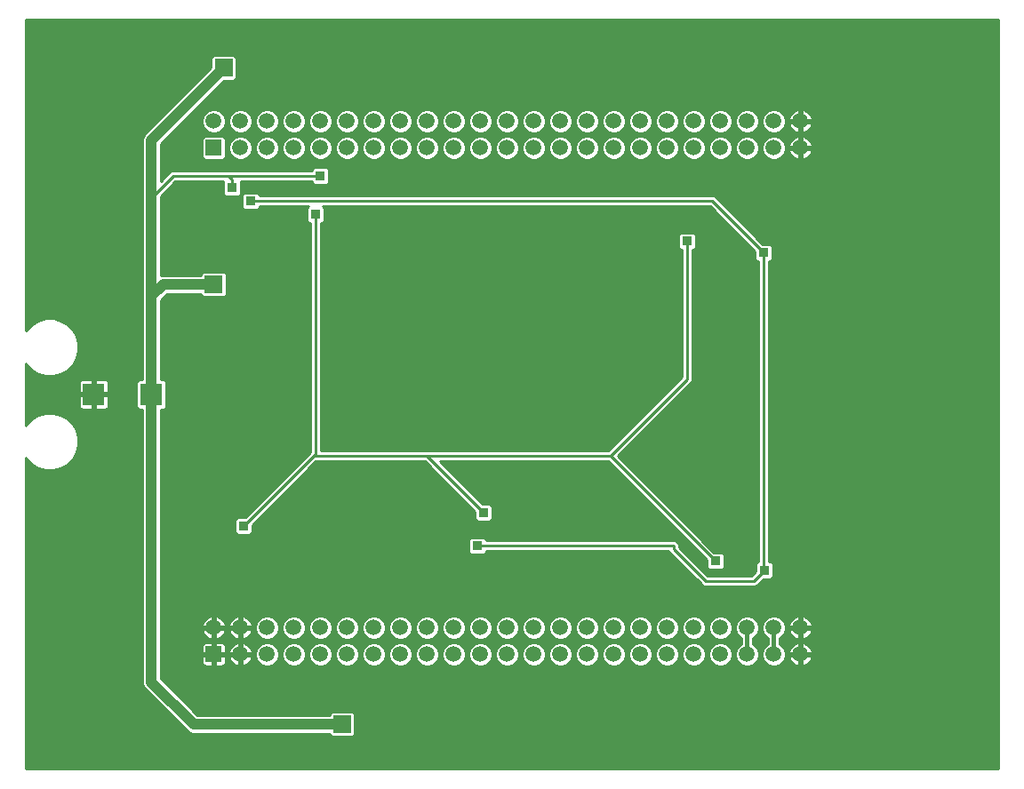
<source format=gbl>
G75*
%MOIN*%
%OFA0B0*%
%FSLAX24Y24*%
%IPPOS*%
%LPD*%
%AMOC8*
5,1,8,0,0,1.08239X$1,22.5*
%
%ADD10R,0.0827X0.0827*%
%ADD11R,0.0594X0.0594*%
%ADD12C,0.0594*%
%ADD13C,0.0100*%
%ADD14C,0.0160*%
%ADD15C,0.0400*%
%ADD16R,0.0650X0.0650*%
%ADD17R,0.0357X0.0357*%
D10*
X005583Y015650D03*
X007748Y015650D03*
D11*
X010083Y024900D03*
X010083Y005900D03*
D12*
X010083Y006900D03*
X011083Y006900D03*
X012083Y006900D03*
X012083Y005900D03*
X011083Y005900D03*
X013083Y005900D03*
X014083Y005900D03*
X014083Y006900D03*
X013083Y006900D03*
X015083Y006900D03*
X016083Y006900D03*
X017083Y006900D03*
X017083Y005900D03*
X016083Y005900D03*
X015083Y005900D03*
X018083Y005900D03*
X019083Y005900D03*
X019083Y006900D03*
X018083Y006900D03*
X020083Y006900D03*
X021083Y006900D03*
X021083Y005900D03*
X020083Y005900D03*
X022083Y005900D03*
X023083Y005900D03*
X023083Y006900D03*
X022083Y006900D03*
X024083Y006900D03*
X025083Y006900D03*
X025083Y005900D03*
X024083Y005900D03*
X026083Y005900D03*
X027083Y005900D03*
X028083Y005900D03*
X028083Y006900D03*
X027083Y006900D03*
X026083Y006900D03*
X029083Y006900D03*
X030083Y006900D03*
X030083Y005900D03*
X029083Y005900D03*
X031083Y005900D03*
X032083Y005900D03*
X032083Y006900D03*
X031083Y006900D03*
X031083Y024900D03*
X032083Y024900D03*
X032083Y025900D03*
X031083Y025900D03*
X030083Y025900D03*
X029083Y025900D03*
X028083Y025900D03*
X027083Y025900D03*
X026083Y025900D03*
X025083Y025900D03*
X024083Y025900D03*
X023083Y025900D03*
X022083Y025900D03*
X021083Y025900D03*
X020083Y025900D03*
X019083Y025900D03*
X018083Y025900D03*
X017083Y025900D03*
X016083Y025900D03*
X015083Y025900D03*
X014083Y025900D03*
X013083Y025900D03*
X012083Y025900D03*
X011083Y025900D03*
X010083Y025900D03*
X011083Y024900D03*
X012083Y024900D03*
X013083Y024900D03*
X014083Y024900D03*
X015083Y024900D03*
X016083Y024900D03*
X017083Y024900D03*
X018083Y024900D03*
X019083Y024900D03*
X020083Y024900D03*
X021083Y024900D03*
X022083Y024900D03*
X023083Y024900D03*
X024083Y024900D03*
X025083Y024900D03*
X026083Y024900D03*
X027083Y024900D03*
X028083Y024900D03*
X029083Y024900D03*
X030083Y024900D03*
D13*
X003033Y013271D02*
X003033Y001600D01*
X039503Y001600D01*
X039503Y029696D01*
X003033Y029696D01*
X003033Y018029D01*
X003065Y018085D01*
X003266Y018286D01*
X003513Y018428D01*
X003787Y018502D01*
X004072Y018502D01*
X004346Y018428D01*
X004593Y018286D01*
X004794Y018085D01*
X004936Y017838D01*
X005009Y017564D01*
X005009Y017279D01*
X004936Y017005D01*
X004794Y016759D01*
X004593Y016558D01*
X004346Y016415D01*
X004072Y016342D01*
X003787Y016342D01*
X003513Y016415D01*
X003266Y016558D01*
X003065Y016759D01*
X003033Y016815D01*
X003033Y014485D01*
X003065Y014541D01*
X003266Y014742D01*
X003513Y014885D01*
X003787Y014958D01*
X004072Y014958D01*
X004346Y014885D01*
X004593Y014742D01*
X004794Y014541D01*
X004936Y014295D01*
X005009Y014021D01*
X005009Y013736D01*
X004936Y013462D01*
X004794Y013215D01*
X004593Y013014D01*
X004346Y012872D01*
X004072Y012798D01*
X003787Y012798D01*
X003513Y012872D01*
X003266Y013014D01*
X003065Y013215D01*
X003033Y013271D01*
X003033Y013266D02*
X003036Y013266D01*
X003033Y013167D02*
X003114Y013167D01*
X003033Y013069D02*
X003212Y013069D01*
X003343Y012970D02*
X003033Y012970D01*
X003033Y012872D02*
X003515Y012872D01*
X003033Y012773D02*
X007398Y012773D01*
X007398Y012675D02*
X003033Y012675D01*
X003033Y012576D02*
X007398Y012576D01*
X007398Y012478D02*
X003033Y012478D01*
X003033Y012379D02*
X007398Y012379D01*
X007398Y012281D02*
X003033Y012281D01*
X003033Y012182D02*
X007398Y012182D01*
X007398Y012084D02*
X003033Y012084D01*
X003033Y011985D02*
X007398Y011985D01*
X007398Y011887D02*
X003033Y011887D01*
X003033Y011788D02*
X007398Y011788D01*
X007398Y011690D02*
X003033Y011690D01*
X003033Y011591D02*
X007398Y011591D01*
X007398Y011493D02*
X003033Y011493D01*
X003033Y011394D02*
X007398Y011394D01*
X007398Y011296D02*
X003033Y011296D01*
X003033Y011197D02*
X007398Y011197D01*
X007398Y011099D02*
X003033Y011099D01*
X003033Y011000D02*
X007398Y011000D01*
X007398Y010902D02*
X003033Y010902D01*
X003033Y010803D02*
X007398Y010803D01*
X007398Y010705D02*
X003033Y010705D01*
X003033Y010606D02*
X007398Y010606D01*
X007398Y010508D02*
X003033Y010508D01*
X003033Y010409D02*
X007398Y010409D01*
X007398Y010311D02*
X003033Y010311D01*
X003033Y010212D02*
X007398Y010212D01*
X007398Y010114D02*
X003033Y010114D01*
X003033Y010015D02*
X007398Y010015D01*
X007398Y009917D02*
X003033Y009917D01*
X003033Y009818D02*
X007398Y009818D01*
X007398Y009720D02*
X003033Y009720D01*
X003033Y009621D02*
X007398Y009621D01*
X007398Y009523D02*
X003033Y009523D01*
X003033Y009424D02*
X007398Y009424D01*
X007398Y009326D02*
X003033Y009326D01*
X003033Y009227D02*
X007398Y009227D01*
X007398Y009129D02*
X003033Y009129D01*
X003033Y009030D02*
X007398Y009030D01*
X007398Y008932D02*
X003033Y008932D01*
X003033Y008833D02*
X007398Y008833D01*
X007398Y008735D02*
X003033Y008735D01*
X003033Y008636D02*
X007398Y008636D01*
X007398Y008538D02*
X003033Y008538D01*
X003033Y008439D02*
X007398Y008439D01*
X007398Y008341D02*
X003033Y008341D01*
X003033Y008242D02*
X007398Y008242D01*
X007398Y008144D02*
X003033Y008144D01*
X003033Y008045D02*
X007398Y008045D01*
X007398Y007947D02*
X003033Y007947D01*
X003033Y007848D02*
X007398Y007848D01*
X007398Y007750D02*
X003033Y007750D01*
X003033Y007651D02*
X007398Y007651D01*
X007398Y007553D02*
X003033Y007553D01*
X003033Y007454D02*
X007398Y007454D01*
X007398Y007356D02*
X003033Y007356D01*
X003033Y007257D02*
X007398Y007257D01*
X007398Y007159D02*
X003033Y007159D01*
X003033Y007060D02*
X007398Y007060D01*
X007398Y006962D02*
X003033Y006962D01*
X003033Y006863D02*
X007398Y006863D01*
X007398Y006765D02*
X003033Y006765D01*
X003033Y006666D02*
X007398Y006666D01*
X007398Y006568D02*
X003033Y006568D01*
X003033Y006469D02*
X007398Y006469D01*
X007398Y006371D02*
X003033Y006371D01*
X003033Y006272D02*
X007398Y006272D01*
X007398Y006174D02*
X003033Y006174D01*
X003033Y006075D02*
X007398Y006075D01*
X007398Y005977D02*
X003033Y005977D01*
X003033Y005878D02*
X007398Y005878D01*
X007398Y005780D02*
X003033Y005780D01*
X003033Y005681D02*
X007398Y005681D01*
X007398Y005583D02*
X003033Y005583D01*
X003033Y005484D02*
X007398Y005484D01*
X007398Y005386D02*
X003033Y005386D01*
X003033Y005287D02*
X007398Y005287D01*
X007398Y005189D02*
X003033Y005189D01*
X003033Y005090D02*
X007398Y005090D01*
X007398Y004992D02*
X003033Y004992D01*
X003033Y004893D02*
X007398Y004893D01*
X007398Y004795D02*
X003033Y004795D01*
X003033Y004696D02*
X007437Y004696D01*
X007452Y004661D02*
X009036Y003077D01*
X009135Y002978D01*
X009263Y002925D01*
X014421Y002925D01*
X014421Y002888D01*
X014509Y002800D01*
X015283Y002800D01*
X015370Y002888D01*
X015370Y003662D01*
X015283Y003750D01*
X014509Y003750D01*
X014421Y003662D01*
X014421Y003625D01*
X009478Y003625D01*
X008098Y005005D01*
X008098Y015087D01*
X008224Y015087D01*
X008312Y015174D01*
X008312Y016126D01*
X008224Y016213D01*
X008098Y016213D01*
X008098Y019193D01*
X008331Y019425D01*
X009608Y019425D01*
X009608Y019388D01*
X009696Y019300D01*
X010470Y019300D01*
X010558Y019388D01*
X010558Y020162D01*
X010470Y020250D01*
X009696Y020250D01*
X009608Y020162D01*
X009608Y020125D01*
X008116Y020125D01*
X008098Y020118D01*
X008098Y023092D01*
X008644Y023638D01*
X010442Y023638D01*
X010442Y023159D01*
X010530Y023072D01*
X011011Y023072D01*
X011099Y023159D01*
X011099Y023638D01*
X013755Y023638D01*
X013755Y023597D01*
X013843Y023509D01*
X014324Y023509D01*
X014411Y023597D01*
X014411Y024078D01*
X014324Y024166D01*
X013843Y024166D01*
X013755Y024078D01*
X013755Y024037D01*
X008478Y024037D01*
X008098Y023658D01*
X008098Y025045D01*
X010478Y027425D01*
X010845Y027425D01*
X010933Y027513D01*
X010933Y028287D01*
X010845Y028375D01*
X010071Y028375D01*
X009983Y028287D01*
X009983Y027920D01*
X007550Y025487D01*
X007452Y025389D01*
X007398Y025260D01*
X007398Y016213D01*
X007273Y016213D01*
X007185Y016126D01*
X007185Y015174D01*
X007273Y015087D01*
X007398Y015087D01*
X007398Y004790D01*
X007452Y004661D01*
X007516Y004598D02*
X003033Y004598D01*
X003033Y004499D02*
X007614Y004499D01*
X007713Y004401D02*
X003033Y004401D01*
X003033Y004302D02*
X007811Y004302D01*
X007910Y004204D02*
X003033Y004204D01*
X003033Y004105D02*
X008008Y004105D01*
X008107Y004007D02*
X003033Y004007D01*
X003033Y003908D02*
X008205Y003908D01*
X008304Y003810D02*
X003033Y003810D01*
X003033Y003711D02*
X008402Y003711D01*
X008501Y003613D02*
X003033Y003613D01*
X003033Y003514D02*
X008599Y003514D01*
X008698Y003416D02*
X003033Y003416D01*
X003033Y003317D02*
X008796Y003317D01*
X008895Y003219D02*
X003033Y003219D01*
X003033Y003120D02*
X008993Y003120D01*
X009092Y003022D02*
X003033Y003022D01*
X003033Y002923D02*
X014421Y002923D01*
X014484Y002825D02*
X003033Y002825D01*
X003033Y002726D02*
X039503Y002726D01*
X039503Y002628D02*
X003033Y002628D01*
X003033Y002529D02*
X039503Y002529D01*
X039503Y002431D02*
X003033Y002431D01*
X003033Y002332D02*
X039503Y002332D01*
X039503Y002234D02*
X003033Y002234D01*
X003033Y002135D02*
X039503Y002135D01*
X039503Y002037D02*
X003033Y002037D01*
X003033Y001938D02*
X039503Y001938D01*
X039503Y001840D02*
X003033Y001840D01*
X003033Y001741D02*
X039503Y001741D01*
X039503Y001643D02*
X003033Y001643D01*
X008112Y004992D02*
X039503Y004992D01*
X039503Y005090D02*
X008098Y005090D01*
X008098Y005189D02*
X039503Y005189D01*
X039503Y005287D02*
X008098Y005287D01*
X008098Y005386D02*
X039503Y005386D01*
X039503Y005484D02*
X032249Y005484D01*
X032255Y005486D02*
X032317Y005518D01*
X032374Y005559D01*
X032424Y005609D01*
X032465Y005666D01*
X032497Y005728D01*
X032519Y005795D01*
X032528Y005852D01*
X032132Y005852D01*
X032132Y005948D01*
X032528Y005948D01*
X032519Y006005D01*
X032497Y006072D01*
X032465Y006134D01*
X032424Y006191D01*
X032374Y006241D01*
X032317Y006282D01*
X032255Y006314D01*
X032188Y006336D01*
X032131Y006345D01*
X032131Y005948D01*
X032035Y005948D01*
X032035Y005852D01*
X032131Y005852D01*
X032131Y005455D01*
X032188Y005464D01*
X032255Y005486D01*
X032131Y005484D02*
X032035Y005484D01*
X032035Y005455D02*
X032035Y005852D01*
X031638Y005852D01*
X031647Y005795D01*
X031669Y005728D01*
X031701Y005666D01*
X031742Y005609D01*
X031792Y005559D01*
X031849Y005518D01*
X031912Y005486D01*
X031978Y005464D01*
X032035Y005455D01*
X031917Y005484D02*
X031246Y005484D01*
X031172Y005453D02*
X031336Y005521D01*
X031462Y005647D01*
X031530Y005811D01*
X031530Y005989D01*
X031462Y006153D01*
X031336Y006279D01*
X031313Y006288D01*
X031313Y006512D01*
X031336Y006521D01*
X031462Y006647D01*
X031530Y006811D01*
X031530Y006989D01*
X031462Y007153D01*
X031336Y007279D01*
X031172Y007347D01*
X030994Y007347D01*
X030830Y007279D01*
X030704Y007153D01*
X030636Y006989D01*
X030636Y006811D01*
X030704Y006647D01*
X030830Y006521D01*
X030853Y006512D01*
X030853Y006288D01*
X030830Y006279D01*
X030704Y006153D01*
X030636Y005989D01*
X030636Y005811D01*
X030704Y005647D01*
X030830Y005521D01*
X030994Y005453D01*
X031172Y005453D01*
X030920Y005484D02*
X030246Y005484D01*
X030172Y005453D02*
X030336Y005521D01*
X030462Y005647D01*
X030530Y005811D01*
X030530Y005989D01*
X030462Y006153D01*
X030336Y006279D01*
X030313Y006288D01*
X030313Y006512D01*
X030336Y006521D01*
X030462Y006647D01*
X030530Y006811D01*
X030530Y006989D01*
X030462Y007153D01*
X030336Y007279D01*
X030172Y007347D01*
X029994Y007347D01*
X029830Y007279D01*
X029704Y007153D01*
X029636Y006989D01*
X029636Y006811D01*
X029704Y006647D01*
X029830Y006521D01*
X029853Y006512D01*
X029853Y006288D01*
X029830Y006279D01*
X029704Y006153D01*
X029636Y005989D01*
X029636Y005811D01*
X029704Y005647D01*
X029830Y005521D01*
X029994Y005453D01*
X030172Y005453D01*
X029920Y005484D02*
X029246Y005484D01*
X029172Y005453D02*
X029336Y005521D01*
X029462Y005647D01*
X029530Y005811D01*
X029530Y005989D01*
X029462Y006153D01*
X029336Y006279D01*
X029172Y006347D01*
X028994Y006347D01*
X028830Y006279D01*
X028704Y006153D01*
X028636Y005989D01*
X028636Y005811D01*
X028704Y005647D01*
X028830Y005521D01*
X028994Y005453D01*
X029172Y005453D01*
X028920Y005484D02*
X028246Y005484D01*
X028172Y005453D02*
X028336Y005521D01*
X028462Y005647D01*
X028530Y005811D01*
X028530Y005989D01*
X028462Y006153D01*
X028336Y006279D01*
X028172Y006347D01*
X027994Y006347D01*
X027830Y006279D01*
X027704Y006153D01*
X027636Y005989D01*
X027636Y005811D01*
X027704Y005647D01*
X027830Y005521D01*
X027994Y005453D01*
X028172Y005453D01*
X027920Y005484D02*
X027246Y005484D01*
X027172Y005453D02*
X027336Y005521D01*
X027462Y005647D01*
X027530Y005811D01*
X027530Y005989D01*
X027462Y006153D01*
X027336Y006279D01*
X027172Y006347D01*
X026994Y006347D01*
X026830Y006279D01*
X026704Y006153D01*
X026636Y005989D01*
X026636Y005811D01*
X026704Y005647D01*
X026830Y005521D01*
X026994Y005453D01*
X027172Y005453D01*
X026920Y005484D02*
X026246Y005484D01*
X026172Y005453D02*
X026336Y005521D01*
X026462Y005647D01*
X026530Y005811D01*
X026530Y005989D01*
X026462Y006153D01*
X026336Y006279D01*
X026172Y006347D01*
X025994Y006347D01*
X025830Y006279D01*
X025704Y006153D01*
X025636Y005989D01*
X025636Y005811D01*
X025704Y005647D01*
X025830Y005521D01*
X025994Y005453D01*
X026172Y005453D01*
X025920Y005484D02*
X025246Y005484D01*
X025172Y005453D02*
X025336Y005521D01*
X025462Y005647D01*
X025530Y005811D01*
X025530Y005989D01*
X025462Y006153D01*
X025336Y006279D01*
X025172Y006347D01*
X024994Y006347D01*
X024830Y006279D01*
X024704Y006153D01*
X024636Y005989D01*
X024636Y005811D01*
X024704Y005647D01*
X024830Y005521D01*
X024994Y005453D01*
X025172Y005453D01*
X024920Y005484D02*
X024246Y005484D01*
X024172Y005453D02*
X024336Y005521D01*
X024462Y005647D01*
X024530Y005811D01*
X024530Y005989D01*
X024462Y006153D01*
X024336Y006279D01*
X024172Y006347D01*
X023994Y006347D01*
X023830Y006279D01*
X023704Y006153D01*
X023636Y005989D01*
X023636Y005811D01*
X023704Y005647D01*
X023830Y005521D01*
X023994Y005453D01*
X024172Y005453D01*
X023920Y005484D02*
X023246Y005484D01*
X023172Y005453D02*
X023336Y005521D01*
X023462Y005647D01*
X023530Y005811D01*
X023530Y005989D01*
X023462Y006153D01*
X023336Y006279D01*
X023172Y006347D01*
X022994Y006347D01*
X022830Y006279D01*
X022704Y006153D01*
X022636Y005989D01*
X022636Y005811D01*
X022704Y005647D01*
X022830Y005521D01*
X022994Y005453D01*
X023172Y005453D01*
X022920Y005484D02*
X022246Y005484D01*
X022172Y005453D02*
X022336Y005521D01*
X022462Y005647D01*
X022530Y005811D01*
X022530Y005989D01*
X022462Y006153D01*
X022336Y006279D01*
X022172Y006347D01*
X021994Y006347D01*
X021830Y006279D01*
X021704Y006153D01*
X021636Y005989D01*
X021636Y005811D01*
X021704Y005647D01*
X021830Y005521D01*
X021994Y005453D01*
X022172Y005453D01*
X021920Y005484D02*
X021246Y005484D01*
X021172Y005453D02*
X021336Y005521D01*
X021462Y005647D01*
X021530Y005811D01*
X021530Y005989D01*
X021462Y006153D01*
X021336Y006279D01*
X021172Y006347D01*
X020994Y006347D01*
X020830Y006279D01*
X020704Y006153D01*
X020636Y005989D01*
X020636Y005811D01*
X020704Y005647D01*
X020830Y005521D01*
X020994Y005453D01*
X021172Y005453D01*
X020920Y005484D02*
X020246Y005484D01*
X020172Y005453D02*
X020336Y005521D01*
X020462Y005647D01*
X020530Y005811D01*
X020530Y005989D01*
X020462Y006153D01*
X020336Y006279D01*
X020172Y006347D01*
X019994Y006347D01*
X019830Y006279D01*
X019704Y006153D01*
X019636Y005989D01*
X019636Y005811D01*
X019704Y005647D01*
X019830Y005521D01*
X019994Y005453D01*
X020172Y005453D01*
X019920Y005484D02*
X019246Y005484D01*
X019172Y005453D02*
X019336Y005521D01*
X019462Y005647D01*
X019530Y005811D01*
X019530Y005989D01*
X019462Y006153D01*
X019336Y006279D01*
X019172Y006347D01*
X018994Y006347D01*
X018830Y006279D01*
X018704Y006153D01*
X018636Y005989D01*
X018636Y005811D01*
X018704Y005647D01*
X018830Y005521D01*
X018994Y005453D01*
X019172Y005453D01*
X018920Y005484D02*
X018246Y005484D01*
X018172Y005453D02*
X018336Y005521D01*
X018462Y005647D01*
X018530Y005811D01*
X018530Y005989D01*
X018462Y006153D01*
X018336Y006279D01*
X018172Y006347D01*
X017994Y006347D01*
X017830Y006279D01*
X017704Y006153D01*
X017636Y005989D01*
X017636Y005811D01*
X017704Y005647D01*
X017830Y005521D01*
X017994Y005453D01*
X018172Y005453D01*
X017920Y005484D02*
X017246Y005484D01*
X017172Y005453D02*
X017336Y005521D01*
X017462Y005647D01*
X017530Y005811D01*
X017530Y005989D01*
X017462Y006153D01*
X017336Y006279D01*
X017172Y006347D01*
X016994Y006347D01*
X016830Y006279D01*
X016704Y006153D01*
X016636Y005989D01*
X016636Y005811D01*
X016704Y005647D01*
X016830Y005521D01*
X016994Y005453D01*
X017172Y005453D01*
X016920Y005484D02*
X016246Y005484D01*
X016172Y005453D02*
X016336Y005521D01*
X016462Y005647D01*
X016530Y005811D01*
X016530Y005989D01*
X016462Y006153D01*
X016336Y006279D01*
X016172Y006347D01*
X015994Y006347D01*
X015830Y006279D01*
X015704Y006153D01*
X015636Y005989D01*
X015636Y005811D01*
X015704Y005647D01*
X015830Y005521D01*
X015994Y005453D01*
X016172Y005453D01*
X015920Y005484D02*
X015246Y005484D01*
X015172Y005453D02*
X015336Y005521D01*
X015462Y005647D01*
X015530Y005811D01*
X015530Y005989D01*
X015462Y006153D01*
X015336Y006279D01*
X015172Y006347D01*
X014994Y006347D01*
X014830Y006279D01*
X014704Y006153D01*
X014636Y005989D01*
X014636Y005811D01*
X014704Y005647D01*
X014830Y005521D01*
X014994Y005453D01*
X015172Y005453D01*
X014920Y005484D02*
X014246Y005484D01*
X014172Y005453D02*
X014336Y005521D01*
X014462Y005647D01*
X014530Y005811D01*
X014530Y005989D01*
X014462Y006153D01*
X014336Y006279D01*
X014172Y006347D01*
X013994Y006347D01*
X013830Y006279D01*
X013704Y006153D01*
X013636Y005989D01*
X013636Y005811D01*
X013704Y005647D01*
X013830Y005521D01*
X013994Y005453D01*
X014172Y005453D01*
X013920Y005484D02*
X013246Y005484D01*
X013172Y005453D02*
X013336Y005521D01*
X013462Y005647D01*
X013530Y005811D01*
X013530Y005989D01*
X013462Y006153D01*
X013336Y006279D01*
X013172Y006347D01*
X012994Y006347D01*
X012830Y006279D01*
X012704Y006153D01*
X012636Y005989D01*
X012636Y005811D01*
X012704Y005647D01*
X012830Y005521D01*
X012994Y005453D01*
X013172Y005453D01*
X012920Y005484D02*
X012246Y005484D01*
X012172Y005453D02*
X012336Y005521D01*
X012462Y005647D01*
X012530Y005811D01*
X012530Y005989D01*
X012462Y006153D01*
X012336Y006279D01*
X012172Y006347D01*
X011994Y006347D01*
X011830Y006279D01*
X011704Y006153D01*
X011636Y005989D01*
X011636Y005811D01*
X011704Y005647D01*
X011830Y005521D01*
X011994Y005453D01*
X012172Y005453D01*
X011920Y005484D02*
X011249Y005484D01*
X011255Y005486D02*
X011317Y005518D01*
X011374Y005559D01*
X011424Y005609D01*
X011465Y005666D01*
X011497Y005728D01*
X011519Y005795D01*
X011528Y005852D01*
X011132Y005852D01*
X011132Y005948D01*
X011528Y005948D01*
X011519Y006005D01*
X011497Y006072D01*
X011465Y006134D01*
X011424Y006191D01*
X011374Y006241D01*
X011317Y006282D01*
X011255Y006314D01*
X011188Y006336D01*
X011131Y006345D01*
X011131Y005948D01*
X011035Y005948D01*
X011035Y005852D01*
X011131Y005852D01*
X011131Y005455D01*
X011188Y005464D01*
X011255Y005486D01*
X011131Y005484D02*
X011035Y005484D01*
X011035Y005455D02*
X011035Y005852D01*
X010638Y005852D01*
X010647Y005795D01*
X010669Y005728D01*
X010701Y005666D01*
X010742Y005609D01*
X010792Y005559D01*
X010849Y005518D01*
X010912Y005486D01*
X010978Y005464D01*
X011035Y005455D01*
X010917Y005484D02*
X010473Y005484D01*
X010472Y005483D02*
X010500Y005511D01*
X010520Y005545D01*
X010530Y005583D01*
X010530Y005852D01*
X010132Y005852D01*
X010132Y005948D01*
X010530Y005948D01*
X010530Y006217D01*
X010520Y006255D01*
X010500Y006289D01*
X010472Y006317D01*
X010438Y006337D01*
X010400Y006347D01*
X010131Y006347D01*
X010131Y005948D01*
X010035Y005948D01*
X010035Y005852D01*
X010131Y005852D01*
X010131Y005453D01*
X010400Y005453D01*
X010438Y005463D01*
X010472Y005483D01*
X010530Y005583D02*
X010769Y005583D01*
X010693Y005681D02*
X010530Y005681D01*
X010530Y005780D02*
X010652Y005780D01*
X010638Y005948D02*
X011035Y005948D01*
X011035Y006345D01*
X010978Y006336D01*
X010912Y006314D01*
X010849Y006282D01*
X010792Y006241D01*
X010742Y006191D01*
X010701Y006134D01*
X010669Y006072D01*
X010647Y006005D01*
X010638Y005948D01*
X010643Y005977D02*
X010530Y005977D01*
X010530Y006075D02*
X010671Y006075D01*
X010729Y006174D02*
X010530Y006174D01*
X010510Y006272D02*
X010835Y006272D01*
X011035Y006272D02*
X011131Y006272D01*
X011131Y006174D02*
X011035Y006174D01*
X011035Y006075D02*
X011131Y006075D01*
X011131Y005977D02*
X011035Y005977D01*
X011035Y005878D02*
X010132Y005878D01*
X010035Y005878D02*
X008098Y005878D01*
X008098Y005780D02*
X009636Y005780D01*
X009636Y005852D02*
X009636Y005583D01*
X009646Y005545D01*
X009666Y005511D01*
X009694Y005483D01*
X009728Y005463D01*
X009766Y005453D01*
X010035Y005453D01*
X010035Y005852D01*
X009636Y005852D01*
X009636Y005948D02*
X010035Y005948D01*
X010035Y006347D01*
X009766Y006347D01*
X009728Y006337D01*
X009694Y006317D01*
X009666Y006289D01*
X009646Y006255D01*
X009636Y006217D01*
X009636Y005948D01*
X009636Y005977D02*
X008098Y005977D01*
X008098Y006075D02*
X009636Y006075D01*
X009636Y006174D02*
X008098Y006174D01*
X008098Y006272D02*
X009656Y006272D01*
X009849Y006518D02*
X009912Y006486D01*
X009978Y006464D01*
X010035Y006455D01*
X010035Y006852D01*
X010131Y006852D01*
X010131Y006455D01*
X010188Y006464D01*
X010255Y006486D01*
X010317Y006518D01*
X010374Y006559D01*
X010424Y006609D01*
X010465Y006666D01*
X010497Y006728D01*
X010519Y006795D01*
X010528Y006852D01*
X010132Y006852D01*
X010132Y006948D01*
X010528Y006948D01*
X010519Y007005D01*
X010497Y007072D01*
X010465Y007134D01*
X010424Y007191D01*
X010374Y007241D01*
X010317Y007282D01*
X010255Y007314D01*
X010188Y007336D01*
X010131Y007345D01*
X010131Y006948D01*
X010035Y006948D01*
X010035Y006852D01*
X009638Y006852D01*
X009647Y006795D01*
X009669Y006728D01*
X009701Y006666D01*
X008098Y006666D01*
X008098Y006568D02*
X009784Y006568D01*
X009792Y006559D02*
X009849Y006518D01*
X009792Y006559D02*
X009742Y006609D01*
X009701Y006666D01*
X009657Y006765D02*
X008098Y006765D01*
X008098Y006863D02*
X010035Y006863D01*
X010035Y006948D02*
X009638Y006948D01*
X009647Y007005D01*
X009669Y007072D01*
X009701Y007134D01*
X009742Y007191D01*
X009792Y007241D01*
X009849Y007282D01*
X009912Y007314D01*
X009978Y007336D01*
X010035Y007345D01*
X010035Y006948D01*
X010035Y006962D02*
X010131Y006962D01*
X010131Y007060D02*
X010035Y007060D01*
X010035Y007159D02*
X010131Y007159D01*
X010131Y007257D02*
X010035Y007257D01*
X009814Y007257D02*
X008098Y007257D01*
X008098Y007159D02*
X009719Y007159D01*
X009665Y007060D02*
X008098Y007060D01*
X008098Y006962D02*
X009640Y006962D01*
X010035Y006765D02*
X010131Y006765D01*
X010132Y006863D02*
X011035Y006863D01*
X011035Y006852D02*
X010638Y006852D01*
X010647Y006795D01*
X010669Y006728D01*
X010701Y006666D01*
X010465Y006666D01*
X010509Y006765D02*
X010657Y006765D01*
X010701Y006666D02*
X010742Y006609D01*
X010792Y006559D01*
X010849Y006518D01*
X010912Y006486D01*
X010978Y006464D01*
X011035Y006455D01*
X011035Y006852D01*
X011131Y006852D01*
X011131Y006455D01*
X011188Y006464D01*
X011255Y006486D01*
X011317Y006518D01*
X011374Y006559D01*
X011424Y006609D01*
X011465Y006666D01*
X011497Y006728D01*
X011519Y006795D01*
X011528Y006852D01*
X011132Y006852D01*
X011132Y006948D01*
X011528Y006948D01*
X011519Y007005D01*
X011497Y007072D01*
X011465Y007134D01*
X011424Y007191D01*
X011374Y007241D01*
X011317Y007282D01*
X011255Y007314D01*
X011188Y007336D01*
X011131Y007345D01*
X011131Y006948D01*
X011035Y006948D01*
X011035Y006852D01*
X011035Y006765D02*
X011131Y006765D01*
X011132Y006863D02*
X011636Y006863D01*
X011636Y006811D02*
X011636Y006989D01*
X011704Y007153D01*
X011830Y007279D01*
X011994Y007347D01*
X012172Y007347D01*
X012336Y007279D01*
X012462Y007153D01*
X012530Y006989D01*
X012530Y006811D01*
X012462Y006647D01*
X012336Y006521D01*
X012172Y006453D01*
X011994Y006453D01*
X011830Y006521D01*
X011704Y006647D01*
X011636Y006811D01*
X011656Y006765D02*
X011509Y006765D01*
X011465Y006666D02*
X011696Y006666D01*
X011784Y006568D02*
X011383Y006568D01*
X011203Y006469D02*
X011956Y006469D01*
X011823Y006272D02*
X011331Y006272D01*
X011437Y006174D02*
X011725Y006174D01*
X011672Y006075D02*
X011495Y006075D01*
X011523Y005977D02*
X011636Y005977D01*
X011636Y005878D02*
X011132Y005878D01*
X011131Y005780D02*
X011035Y005780D01*
X011035Y005681D02*
X011131Y005681D01*
X011131Y005583D02*
X011035Y005583D01*
X011398Y005583D02*
X011769Y005583D01*
X011690Y005681D02*
X011473Y005681D01*
X011514Y005780D02*
X011649Y005780D01*
X012398Y005583D02*
X012769Y005583D01*
X012690Y005681D02*
X012476Y005681D01*
X012517Y005780D02*
X012649Y005780D01*
X012636Y005878D02*
X012530Y005878D01*
X012530Y005977D02*
X012636Y005977D01*
X012672Y006075D02*
X012494Y006075D01*
X012441Y006174D02*
X012725Y006174D01*
X012823Y006272D02*
X012343Y006272D01*
X012210Y006469D02*
X012956Y006469D01*
X012994Y006453D02*
X013172Y006453D01*
X013336Y006521D01*
X013462Y006647D01*
X013530Y006811D01*
X013530Y006989D01*
X013462Y007153D01*
X013336Y007279D01*
X013172Y007347D01*
X012994Y007347D01*
X012830Y007279D01*
X012704Y007153D01*
X012636Y006989D01*
X012636Y006811D01*
X012704Y006647D01*
X012830Y006521D01*
X012994Y006453D01*
X013210Y006469D02*
X013956Y006469D01*
X013994Y006453D02*
X014172Y006453D01*
X014336Y006521D01*
X014462Y006647D01*
X014530Y006811D01*
X014530Y006989D01*
X014462Y007153D01*
X014336Y007279D01*
X014172Y007347D01*
X013994Y007347D01*
X013830Y007279D01*
X013704Y007153D01*
X013636Y006989D01*
X013636Y006811D01*
X013704Y006647D01*
X013830Y006521D01*
X013994Y006453D01*
X014210Y006469D02*
X014956Y006469D01*
X014994Y006453D02*
X015172Y006453D01*
X015336Y006521D01*
X015462Y006647D01*
X015530Y006811D01*
X015530Y006989D01*
X015462Y007153D01*
X015336Y007279D01*
X015172Y007347D01*
X014994Y007347D01*
X014830Y007279D01*
X014704Y007153D01*
X014636Y006989D01*
X014636Y006811D01*
X014704Y006647D01*
X014830Y006521D01*
X014994Y006453D01*
X015210Y006469D02*
X015956Y006469D01*
X015994Y006453D02*
X016172Y006453D01*
X016336Y006521D01*
X016462Y006647D01*
X016530Y006811D01*
X016530Y006989D01*
X016462Y007153D01*
X016336Y007279D01*
X016172Y007347D01*
X015994Y007347D01*
X015830Y007279D01*
X015704Y007153D01*
X015636Y006989D01*
X015636Y006811D01*
X015704Y006647D01*
X015830Y006521D01*
X015994Y006453D01*
X016210Y006469D02*
X016956Y006469D01*
X016994Y006453D02*
X017172Y006453D01*
X017336Y006521D01*
X017462Y006647D01*
X017530Y006811D01*
X017530Y006989D01*
X017462Y007153D01*
X017336Y007279D01*
X017172Y007347D01*
X016994Y007347D01*
X016830Y007279D01*
X016704Y007153D01*
X016636Y006989D01*
X016636Y006811D01*
X016704Y006647D01*
X016830Y006521D01*
X016994Y006453D01*
X017210Y006469D02*
X017956Y006469D01*
X017994Y006453D02*
X018172Y006453D01*
X018336Y006521D01*
X018462Y006647D01*
X018530Y006811D01*
X018530Y006989D01*
X018462Y007153D01*
X018336Y007279D01*
X018172Y007347D01*
X017994Y007347D01*
X017830Y007279D01*
X017704Y007153D01*
X017636Y006989D01*
X017636Y006811D01*
X017704Y006647D01*
X017830Y006521D01*
X017994Y006453D01*
X018210Y006469D02*
X018956Y006469D01*
X018994Y006453D02*
X019172Y006453D01*
X019336Y006521D01*
X019462Y006647D01*
X019530Y006811D01*
X019530Y006989D01*
X019462Y007153D01*
X019336Y007279D01*
X019172Y007347D01*
X018994Y007347D01*
X018830Y007279D01*
X018704Y007153D01*
X018636Y006989D01*
X018636Y006811D01*
X018704Y006647D01*
X018830Y006521D01*
X018994Y006453D01*
X019210Y006469D02*
X019956Y006469D01*
X019994Y006453D02*
X019830Y006521D01*
X019704Y006647D01*
X019636Y006811D01*
X019636Y006989D01*
X019704Y007153D01*
X019830Y007279D01*
X019994Y007347D01*
X020172Y007347D01*
X020336Y007279D01*
X020462Y007153D01*
X020530Y006989D01*
X020530Y006811D01*
X020462Y006647D01*
X020336Y006521D01*
X020172Y006453D01*
X019994Y006453D01*
X020210Y006469D02*
X020956Y006469D01*
X020994Y006453D02*
X021172Y006453D01*
X021336Y006521D01*
X021462Y006647D01*
X021530Y006811D01*
X021530Y006989D01*
X021462Y007153D01*
X021336Y007279D01*
X021172Y007347D01*
X020994Y007347D01*
X020830Y007279D01*
X020704Y007153D01*
X020636Y006989D01*
X020636Y006811D01*
X020704Y006647D01*
X020830Y006521D01*
X020994Y006453D01*
X021210Y006469D02*
X021956Y006469D01*
X021994Y006453D02*
X022172Y006453D01*
X022336Y006521D01*
X022462Y006647D01*
X022530Y006811D01*
X022530Y006989D01*
X022462Y007153D01*
X022336Y007279D01*
X022172Y007347D01*
X021994Y007347D01*
X021830Y007279D01*
X021704Y007153D01*
X021636Y006989D01*
X021636Y006811D01*
X021704Y006647D01*
X021830Y006521D01*
X021994Y006453D01*
X022210Y006469D02*
X022956Y006469D01*
X022994Y006453D02*
X023172Y006453D01*
X023336Y006521D01*
X023462Y006647D01*
X023530Y006811D01*
X023530Y006989D01*
X023462Y007153D01*
X023336Y007279D01*
X023172Y007347D01*
X022994Y007347D01*
X022830Y007279D01*
X022704Y007153D01*
X022636Y006989D01*
X022636Y006811D01*
X022704Y006647D01*
X022830Y006521D01*
X022994Y006453D01*
X023210Y006469D02*
X023956Y006469D01*
X023994Y006453D02*
X024172Y006453D01*
X024336Y006521D01*
X024462Y006647D01*
X024530Y006811D01*
X024530Y006989D01*
X024462Y007153D01*
X024336Y007279D01*
X024172Y007347D01*
X023994Y007347D01*
X023830Y007279D01*
X023704Y007153D01*
X023636Y006989D01*
X023636Y006811D01*
X023704Y006647D01*
X023830Y006521D01*
X023994Y006453D01*
X024210Y006469D02*
X024956Y006469D01*
X024994Y006453D02*
X025172Y006453D01*
X025336Y006521D01*
X025462Y006647D01*
X025530Y006811D01*
X025530Y006989D01*
X025462Y007153D01*
X025336Y007279D01*
X025172Y007347D01*
X024994Y007347D01*
X024830Y007279D01*
X024704Y007153D01*
X024636Y006989D01*
X024636Y006811D01*
X024704Y006647D01*
X024830Y006521D01*
X024994Y006453D01*
X025210Y006469D02*
X025956Y006469D01*
X025994Y006453D02*
X026172Y006453D01*
X026336Y006521D01*
X026462Y006647D01*
X026530Y006811D01*
X026530Y006989D01*
X026462Y007153D01*
X026336Y007279D01*
X026172Y007347D01*
X025994Y007347D01*
X025830Y007279D01*
X025704Y007153D01*
X025636Y006989D01*
X025636Y006811D01*
X025704Y006647D01*
X025830Y006521D01*
X025994Y006453D01*
X026210Y006469D02*
X026956Y006469D01*
X026994Y006453D02*
X027172Y006453D01*
X027336Y006521D01*
X027462Y006647D01*
X027530Y006811D01*
X027530Y006989D01*
X027462Y007153D01*
X027336Y007279D01*
X027172Y007347D01*
X026994Y007347D01*
X026830Y007279D01*
X026704Y007153D01*
X026636Y006989D01*
X026636Y006811D01*
X026704Y006647D01*
X026830Y006521D01*
X026994Y006453D01*
X027210Y006469D02*
X027956Y006469D01*
X027994Y006453D02*
X028172Y006453D01*
X028336Y006521D01*
X028462Y006647D01*
X028530Y006811D01*
X028530Y006989D01*
X028462Y007153D01*
X028336Y007279D01*
X028172Y007347D01*
X027994Y007347D01*
X027830Y007279D01*
X027704Y007153D01*
X027636Y006989D01*
X027636Y006811D01*
X027704Y006647D01*
X027830Y006521D01*
X027994Y006453D01*
X028210Y006469D02*
X028956Y006469D01*
X028994Y006453D02*
X029172Y006453D01*
X029336Y006521D01*
X029462Y006647D01*
X029530Y006811D01*
X029530Y006989D01*
X029462Y007153D01*
X029336Y007279D01*
X029172Y007347D01*
X028994Y007347D01*
X028830Y007279D01*
X028704Y007153D01*
X028636Y006989D01*
X028636Y006811D01*
X028704Y006647D01*
X028830Y006521D01*
X028994Y006453D01*
X029210Y006469D02*
X029853Y006469D01*
X029853Y006371D02*
X008098Y006371D01*
X008098Y006469D02*
X009963Y006469D01*
X010035Y006469D02*
X010131Y006469D01*
X010203Y006469D02*
X010963Y006469D01*
X011035Y006469D02*
X011131Y006469D01*
X011131Y006568D02*
X011035Y006568D01*
X011035Y006666D02*
X011131Y006666D01*
X011131Y006962D02*
X011035Y006962D01*
X011035Y006948D02*
X011035Y007345D01*
X010978Y007336D01*
X010912Y007314D01*
X010849Y007282D01*
X010792Y007241D01*
X010742Y007191D01*
X010701Y007134D01*
X010669Y007072D01*
X010647Y007005D01*
X010638Y006948D01*
X011035Y006948D01*
X011035Y007060D02*
X011131Y007060D01*
X011131Y007159D02*
X011035Y007159D01*
X011035Y007257D02*
X011131Y007257D01*
X011352Y007257D02*
X011808Y007257D01*
X011710Y007159D02*
X011448Y007159D01*
X011501Y007060D02*
X011666Y007060D01*
X011636Y006962D02*
X011526Y006962D01*
X010814Y007257D02*
X010352Y007257D01*
X010448Y007159D02*
X010719Y007159D01*
X010665Y007060D02*
X010501Y007060D01*
X010526Y006962D02*
X010640Y006962D01*
X010784Y006568D02*
X010383Y006568D01*
X010131Y006568D02*
X010035Y006568D01*
X010035Y006666D02*
X010131Y006666D01*
X010131Y006272D02*
X010035Y006272D01*
X010035Y006174D02*
X010131Y006174D01*
X010131Y006075D02*
X010035Y006075D01*
X010035Y005977D02*
X010131Y005977D01*
X010131Y005780D02*
X010035Y005780D01*
X010035Y005681D02*
X010131Y005681D01*
X010131Y005583D02*
X010035Y005583D01*
X010035Y005484D02*
X010131Y005484D01*
X009693Y005484D02*
X008098Y005484D01*
X008098Y005583D02*
X009636Y005583D01*
X009636Y005681D02*
X008098Y005681D01*
X008210Y004893D02*
X039503Y004893D01*
X039503Y004795D02*
X008309Y004795D01*
X008407Y004696D02*
X039503Y004696D01*
X039503Y004598D02*
X008506Y004598D01*
X008604Y004499D02*
X039503Y004499D01*
X039503Y004401D02*
X008703Y004401D01*
X008801Y004302D02*
X039503Y004302D01*
X039503Y004204D02*
X008900Y004204D01*
X008998Y004105D02*
X039503Y004105D01*
X039503Y004007D02*
X009097Y004007D01*
X009195Y003908D02*
X039503Y003908D01*
X039503Y003810D02*
X009294Y003810D01*
X009392Y003711D02*
X014470Y003711D01*
X015321Y003711D02*
X039503Y003711D01*
X039503Y003613D02*
X015370Y003613D01*
X015370Y003514D02*
X039503Y003514D01*
X039503Y003416D02*
X015370Y003416D01*
X015370Y003317D02*
X039503Y003317D01*
X039503Y003219D02*
X015370Y003219D01*
X015370Y003120D02*
X039503Y003120D01*
X039503Y003022D02*
X015370Y003022D01*
X015370Y002923D02*
X039503Y002923D01*
X039503Y002825D02*
X015307Y002825D01*
X015398Y005583D02*
X015769Y005583D01*
X015690Y005681D02*
X015476Y005681D01*
X015517Y005780D02*
X015649Y005780D01*
X015636Y005878D02*
X015530Y005878D01*
X015530Y005977D02*
X015636Y005977D01*
X015672Y006075D02*
X015494Y006075D01*
X015441Y006174D02*
X015725Y006174D01*
X015823Y006272D02*
X015343Y006272D01*
X015383Y006568D02*
X015784Y006568D01*
X015696Y006666D02*
X015470Y006666D01*
X015511Y006765D02*
X015656Y006765D01*
X015636Y006863D02*
X015530Y006863D01*
X015530Y006962D02*
X015636Y006962D01*
X015666Y007060D02*
X015500Y007060D01*
X015456Y007159D02*
X015710Y007159D01*
X015808Y007257D02*
X015358Y007257D01*
X014808Y007257D02*
X014358Y007257D01*
X014456Y007159D02*
X014710Y007159D01*
X014666Y007060D02*
X014500Y007060D01*
X014530Y006962D02*
X014636Y006962D01*
X014636Y006863D02*
X014530Y006863D01*
X014511Y006765D02*
X014656Y006765D01*
X014696Y006666D02*
X014470Y006666D01*
X014383Y006568D02*
X014784Y006568D01*
X014823Y006272D02*
X014343Y006272D01*
X014441Y006174D02*
X014725Y006174D01*
X014672Y006075D02*
X014494Y006075D01*
X014530Y005977D02*
X014636Y005977D01*
X014636Y005878D02*
X014530Y005878D01*
X014517Y005780D02*
X014649Y005780D01*
X014690Y005681D02*
X014476Y005681D01*
X014398Y005583D02*
X014769Y005583D01*
X013769Y005583D02*
X013398Y005583D01*
X013476Y005681D02*
X013690Y005681D01*
X013649Y005780D02*
X013517Y005780D01*
X013530Y005878D02*
X013636Y005878D01*
X013636Y005977D02*
X013530Y005977D01*
X013494Y006075D02*
X013672Y006075D01*
X013725Y006174D02*
X013441Y006174D01*
X013343Y006272D02*
X013823Y006272D01*
X013784Y006568D02*
X013383Y006568D01*
X013470Y006666D02*
X013696Y006666D01*
X013656Y006765D02*
X013511Y006765D01*
X013530Y006863D02*
X013636Y006863D01*
X013636Y006962D02*
X013530Y006962D01*
X013500Y007060D02*
X013666Y007060D01*
X013710Y007159D02*
X013456Y007159D01*
X013358Y007257D02*
X013808Y007257D01*
X012808Y007257D02*
X012358Y007257D01*
X012456Y007159D02*
X012710Y007159D01*
X012666Y007060D02*
X012500Y007060D01*
X012530Y006962D02*
X012636Y006962D01*
X012636Y006863D02*
X012530Y006863D01*
X012511Y006765D02*
X012656Y006765D01*
X012696Y006666D02*
X012470Y006666D01*
X012383Y006568D02*
X012784Y006568D01*
X016343Y006272D02*
X016823Y006272D01*
X016725Y006174D02*
X016441Y006174D01*
X016494Y006075D02*
X016672Y006075D01*
X016636Y005977D02*
X016530Y005977D01*
X016530Y005878D02*
X016636Y005878D01*
X016649Y005780D02*
X016517Y005780D01*
X016476Y005681D02*
X016690Y005681D01*
X016769Y005583D02*
X016398Y005583D01*
X017398Y005583D02*
X017769Y005583D01*
X017690Y005681D02*
X017476Y005681D01*
X017517Y005780D02*
X017649Y005780D01*
X017636Y005878D02*
X017530Y005878D01*
X017530Y005977D02*
X017636Y005977D01*
X017672Y006075D02*
X017494Y006075D01*
X017441Y006174D02*
X017725Y006174D01*
X017823Y006272D02*
X017343Y006272D01*
X017383Y006568D02*
X017784Y006568D01*
X017696Y006666D02*
X017470Y006666D01*
X017511Y006765D02*
X017656Y006765D01*
X017636Y006863D02*
X017530Y006863D01*
X017530Y006962D02*
X017636Y006962D01*
X017666Y007060D02*
X017500Y007060D01*
X017456Y007159D02*
X017710Y007159D01*
X017808Y007257D02*
X017358Y007257D01*
X016808Y007257D02*
X016358Y007257D01*
X016456Y007159D02*
X016710Y007159D01*
X016666Y007060D02*
X016500Y007060D01*
X016530Y006962D02*
X016636Y006962D01*
X016636Y006863D02*
X016530Y006863D01*
X016511Y006765D02*
X016656Y006765D01*
X016696Y006666D02*
X016470Y006666D01*
X016383Y006568D02*
X016784Y006568D01*
X018343Y006272D02*
X018823Y006272D01*
X018725Y006174D02*
X018441Y006174D01*
X018494Y006075D02*
X018672Y006075D01*
X018636Y005977D02*
X018530Y005977D01*
X018530Y005878D02*
X018636Y005878D01*
X018649Y005780D02*
X018517Y005780D01*
X018476Y005681D02*
X018690Y005681D01*
X018769Y005583D02*
X018398Y005583D01*
X019398Y005583D02*
X019769Y005583D01*
X019690Y005681D02*
X019476Y005681D01*
X019517Y005780D02*
X019649Y005780D01*
X019636Y005878D02*
X019530Y005878D01*
X019530Y005977D02*
X019636Y005977D01*
X019672Y006075D02*
X019494Y006075D01*
X019441Y006174D02*
X019725Y006174D01*
X019823Y006272D02*
X019343Y006272D01*
X019383Y006568D02*
X019784Y006568D01*
X019696Y006666D02*
X019470Y006666D01*
X019511Y006765D02*
X019656Y006765D01*
X019636Y006863D02*
X019530Y006863D01*
X019530Y006962D02*
X019636Y006962D01*
X019666Y007060D02*
X019500Y007060D01*
X019456Y007159D02*
X019710Y007159D01*
X019808Y007257D02*
X019358Y007257D01*
X018808Y007257D02*
X018358Y007257D01*
X018456Y007159D02*
X018710Y007159D01*
X018666Y007060D02*
X018500Y007060D01*
X018530Y006962D02*
X018636Y006962D01*
X018636Y006863D02*
X018530Y006863D01*
X018511Y006765D02*
X018656Y006765D01*
X018696Y006666D02*
X018470Y006666D01*
X018383Y006568D02*
X018784Y006568D01*
X020343Y006272D02*
X020823Y006272D01*
X020725Y006174D02*
X020441Y006174D01*
X020494Y006075D02*
X020672Y006075D01*
X020636Y005977D02*
X020530Y005977D01*
X020530Y005878D02*
X020636Y005878D01*
X020649Y005780D02*
X020517Y005780D01*
X020476Y005681D02*
X020690Y005681D01*
X020769Y005583D02*
X020398Y005583D01*
X021398Y005583D02*
X021769Y005583D01*
X021690Y005681D02*
X021476Y005681D01*
X021517Y005780D02*
X021649Y005780D01*
X021636Y005878D02*
X021530Y005878D01*
X021530Y005977D02*
X021636Y005977D01*
X021672Y006075D02*
X021494Y006075D01*
X021441Y006174D02*
X021725Y006174D01*
X021823Y006272D02*
X021343Y006272D01*
X021383Y006568D02*
X021784Y006568D01*
X021696Y006666D02*
X021470Y006666D01*
X021511Y006765D02*
X021656Y006765D01*
X021636Y006863D02*
X021530Y006863D01*
X021530Y006962D02*
X021636Y006962D01*
X021666Y007060D02*
X021500Y007060D01*
X021456Y007159D02*
X021710Y007159D01*
X021808Y007257D02*
X021358Y007257D01*
X020808Y007257D02*
X020358Y007257D01*
X020456Y007159D02*
X020710Y007159D01*
X020666Y007060D02*
X020500Y007060D01*
X020530Y006962D02*
X020636Y006962D01*
X020636Y006863D02*
X020530Y006863D01*
X020511Y006765D02*
X020656Y006765D01*
X020696Y006666D02*
X020470Y006666D01*
X020383Y006568D02*
X020784Y006568D01*
X022343Y006272D02*
X022823Y006272D01*
X022725Y006174D02*
X022441Y006174D01*
X022494Y006075D02*
X022672Y006075D01*
X022636Y005977D02*
X022530Y005977D01*
X022530Y005878D02*
X022636Y005878D01*
X022649Y005780D02*
X022517Y005780D01*
X022476Y005681D02*
X022690Y005681D01*
X022769Y005583D02*
X022398Y005583D01*
X022383Y006568D02*
X022784Y006568D01*
X022696Y006666D02*
X022470Y006666D01*
X022511Y006765D02*
X022656Y006765D01*
X022636Y006863D02*
X022530Y006863D01*
X022530Y006962D02*
X022636Y006962D01*
X022666Y007060D02*
X022500Y007060D01*
X022456Y007159D02*
X022710Y007159D01*
X022808Y007257D02*
X022358Y007257D01*
X023358Y007257D02*
X023808Y007257D01*
X023710Y007159D02*
X023456Y007159D01*
X023500Y007060D02*
X023666Y007060D01*
X023636Y006962D02*
X023530Y006962D01*
X023530Y006863D02*
X023636Y006863D01*
X023656Y006765D02*
X023511Y006765D01*
X023470Y006666D02*
X023696Y006666D01*
X023784Y006568D02*
X023383Y006568D01*
X023343Y006272D02*
X023823Y006272D01*
X023725Y006174D02*
X023441Y006174D01*
X023494Y006075D02*
X023672Y006075D01*
X023636Y005977D02*
X023530Y005977D01*
X023530Y005878D02*
X023636Y005878D01*
X023649Y005780D02*
X023517Y005780D01*
X023476Y005681D02*
X023690Y005681D01*
X023769Y005583D02*
X023398Y005583D01*
X024398Y005583D02*
X024769Y005583D01*
X024690Y005681D02*
X024476Y005681D01*
X024517Y005780D02*
X024649Y005780D01*
X024636Y005878D02*
X024530Y005878D01*
X024530Y005977D02*
X024636Y005977D01*
X024672Y006075D02*
X024494Y006075D01*
X024441Y006174D02*
X024725Y006174D01*
X024823Y006272D02*
X024343Y006272D01*
X024383Y006568D02*
X024784Y006568D01*
X024696Y006666D02*
X024470Y006666D01*
X024511Y006765D02*
X024656Y006765D01*
X024636Y006863D02*
X024530Y006863D01*
X024530Y006962D02*
X024636Y006962D01*
X024666Y007060D02*
X024500Y007060D01*
X024456Y007159D02*
X024710Y007159D01*
X024808Y007257D02*
X024358Y007257D01*
X025358Y007257D02*
X025808Y007257D01*
X025710Y007159D02*
X025456Y007159D01*
X025500Y007060D02*
X025666Y007060D01*
X025636Y006962D02*
X025530Y006962D01*
X025530Y006863D02*
X025636Y006863D01*
X025656Y006765D02*
X025511Y006765D01*
X025470Y006666D02*
X025696Y006666D01*
X025784Y006568D02*
X025383Y006568D01*
X025343Y006272D02*
X025823Y006272D01*
X025725Y006174D02*
X025441Y006174D01*
X025494Y006075D02*
X025672Y006075D01*
X025636Y005977D02*
X025530Y005977D01*
X025530Y005878D02*
X025636Y005878D01*
X025649Y005780D02*
X025517Y005780D01*
X025476Y005681D02*
X025690Y005681D01*
X025769Y005583D02*
X025398Y005583D01*
X026398Y005583D02*
X026769Y005583D01*
X026690Y005681D02*
X026476Y005681D01*
X026517Y005780D02*
X026649Y005780D01*
X026636Y005878D02*
X026530Y005878D01*
X026530Y005977D02*
X026636Y005977D01*
X026672Y006075D02*
X026494Y006075D01*
X026441Y006174D02*
X026725Y006174D01*
X026823Y006272D02*
X026343Y006272D01*
X026383Y006568D02*
X026784Y006568D01*
X026696Y006666D02*
X026470Y006666D01*
X026511Y006765D02*
X026656Y006765D01*
X026636Y006863D02*
X026530Y006863D01*
X026530Y006962D02*
X026636Y006962D01*
X026666Y007060D02*
X026500Y007060D01*
X026456Y007159D02*
X026710Y007159D01*
X026808Y007257D02*
X026358Y007257D01*
X027358Y007257D02*
X027808Y007257D01*
X027710Y007159D02*
X027456Y007159D01*
X027500Y007060D02*
X027666Y007060D01*
X027636Y006962D02*
X027530Y006962D01*
X027530Y006863D02*
X027636Y006863D01*
X027656Y006765D02*
X027511Y006765D01*
X027470Y006666D02*
X027696Y006666D01*
X027784Y006568D02*
X027383Y006568D01*
X027343Y006272D02*
X027823Y006272D01*
X027725Y006174D02*
X027441Y006174D01*
X027494Y006075D02*
X027672Y006075D01*
X027636Y005977D02*
X027530Y005977D01*
X027530Y005878D02*
X027636Y005878D01*
X027649Y005780D02*
X027517Y005780D01*
X027476Y005681D02*
X027690Y005681D01*
X027769Y005583D02*
X027398Y005583D01*
X028398Y005583D02*
X028769Y005583D01*
X028690Y005681D02*
X028476Y005681D01*
X028517Y005780D02*
X028649Y005780D01*
X028636Y005878D02*
X028530Y005878D01*
X028530Y005977D02*
X028636Y005977D01*
X028672Y006075D02*
X028494Y006075D01*
X028441Y006174D02*
X028725Y006174D01*
X028823Y006272D02*
X028343Y006272D01*
X028383Y006568D02*
X028784Y006568D01*
X028696Y006666D02*
X028470Y006666D01*
X028511Y006765D02*
X028656Y006765D01*
X028636Y006863D02*
X028530Y006863D01*
X028530Y006962D02*
X028636Y006962D01*
X028666Y007060D02*
X028500Y007060D01*
X028456Y007159D02*
X028710Y007159D01*
X028808Y007257D02*
X028358Y007257D01*
X029358Y007257D02*
X029808Y007257D01*
X029710Y007159D02*
X029456Y007159D01*
X029500Y007060D02*
X029666Y007060D01*
X029636Y006962D02*
X029530Y006962D01*
X029530Y006863D02*
X029636Y006863D01*
X029656Y006765D02*
X029511Y006765D01*
X029470Y006666D02*
X029696Y006666D01*
X029784Y006568D02*
X029383Y006568D01*
X029343Y006272D02*
X029823Y006272D01*
X029725Y006174D02*
X029441Y006174D01*
X029494Y006075D02*
X029672Y006075D01*
X029636Y005977D02*
X029530Y005977D01*
X029530Y005878D02*
X029636Y005878D01*
X029649Y005780D02*
X029517Y005780D01*
X029476Y005681D02*
X029690Y005681D01*
X029769Y005583D02*
X029398Y005583D01*
X030398Y005583D02*
X030769Y005583D01*
X030690Y005681D02*
X030476Y005681D01*
X030517Y005780D02*
X030649Y005780D01*
X030636Y005878D02*
X030530Y005878D01*
X030530Y005977D02*
X030636Y005977D01*
X030672Y006075D02*
X030494Y006075D01*
X030441Y006174D02*
X030725Y006174D01*
X030823Y006272D02*
X030343Y006272D01*
X030313Y006371D02*
X030853Y006371D01*
X030853Y006469D02*
X030313Y006469D01*
X030383Y006568D02*
X030784Y006568D01*
X030696Y006666D02*
X030470Y006666D01*
X030511Y006765D02*
X030656Y006765D01*
X030636Y006863D02*
X030530Y006863D01*
X030530Y006962D02*
X030636Y006962D01*
X030666Y007060D02*
X030500Y007060D01*
X030456Y007159D02*
X030710Y007159D01*
X030808Y007257D02*
X030358Y007257D01*
X031358Y007257D02*
X031814Y007257D01*
X031792Y007241D02*
X031742Y007191D01*
X031701Y007134D01*
X031669Y007072D01*
X031647Y007005D01*
X031638Y006948D01*
X032035Y006948D01*
X032035Y006852D01*
X032131Y006852D01*
X032131Y006455D01*
X032188Y006464D01*
X032255Y006486D01*
X032317Y006518D01*
X032374Y006559D01*
X032424Y006609D01*
X032465Y006666D01*
X032497Y006728D01*
X032519Y006795D01*
X032528Y006852D01*
X032132Y006852D01*
X032132Y006948D01*
X032528Y006948D01*
X032519Y007005D01*
X032497Y007072D01*
X032465Y007134D01*
X032424Y007191D01*
X032374Y007241D01*
X032317Y007282D01*
X032255Y007314D01*
X032188Y007336D01*
X032131Y007345D01*
X032131Y006948D01*
X032035Y006948D01*
X032035Y007345D01*
X031978Y007336D01*
X031912Y007314D01*
X031849Y007282D01*
X031792Y007241D01*
X031719Y007159D02*
X031456Y007159D01*
X031500Y007060D02*
X031665Y007060D01*
X031640Y006962D02*
X031530Y006962D01*
X031530Y006863D02*
X032035Y006863D01*
X032035Y006852D02*
X031638Y006852D01*
X031647Y006795D01*
X031669Y006728D01*
X031701Y006666D01*
X031470Y006666D01*
X031511Y006765D02*
X031657Y006765D01*
X031701Y006666D02*
X031742Y006609D01*
X031792Y006559D01*
X031849Y006518D01*
X031912Y006486D01*
X031978Y006464D01*
X032035Y006455D01*
X032035Y006852D01*
X032035Y006765D02*
X032131Y006765D01*
X032132Y006863D02*
X039503Y006863D01*
X039503Y006765D02*
X032509Y006765D01*
X032465Y006666D02*
X039503Y006666D01*
X039503Y006568D02*
X032383Y006568D01*
X032203Y006469D02*
X039503Y006469D01*
X039503Y006371D02*
X031313Y006371D01*
X031313Y006469D02*
X031963Y006469D01*
X032035Y006469D02*
X032131Y006469D01*
X032131Y006568D02*
X032035Y006568D01*
X032035Y006666D02*
X032131Y006666D01*
X032131Y006962D02*
X032035Y006962D01*
X032035Y007060D02*
X032131Y007060D01*
X032131Y007159D02*
X032035Y007159D01*
X032035Y007257D02*
X032131Y007257D01*
X032352Y007257D02*
X039503Y007257D01*
X039503Y007159D02*
X032448Y007159D01*
X032501Y007060D02*
X039503Y007060D01*
X039503Y006962D02*
X032526Y006962D01*
X031784Y006568D02*
X031383Y006568D01*
X031343Y006272D02*
X031835Y006272D01*
X031849Y006282D02*
X031792Y006241D01*
X031742Y006191D01*
X031701Y006134D01*
X031669Y006072D01*
X031647Y006005D01*
X031638Y005948D01*
X032035Y005948D01*
X032035Y006345D01*
X031978Y006336D01*
X031912Y006314D01*
X031849Y006282D01*
X031729Y006174D02*
X031441Y006174D01*
X031494Y006075D02*
X031671Y006075D01*
X031643Y005977D02*
X031530Y005977D01*
X031530Y005878D02*
X032035Y005878D01*
X032132Y005878D02*
X039503Y005878D01*
X039503Y005780D02*
X032514Y005780D01*
X032473Y005681D02*
X039503Y005681D01*
X039503Y005583D02*
X032398Y005583D01*
X032131Y005583D02*
X032035Y005583D01*
X032035Y005681D02*
X032131Y005681D01*
X032131Y005780D02*
X032035Y005780D01*
X032035Y005977D02*
X032131Y005977D01*
X032131Y006075D02*
X032035Y006075D01*
X032035Y006174D02*
X032131Y006174D01*
X032131Y006272D02*
X032035Y006272D01*
X032331Y006272D02*
X039503Y006272D01*
X039503Y006174D02*
X032437Y006174D01*
X032495Y006075D02*
X039503Y006075D01*
X039503Y005977D02*
X032523Y005977D01*
X031769Y005583D02*
X031398Y005583D01*
X031476Y005681D02*
X031693Y005681D01*
X031652Y005780D02*
X031517Y005780D01*
X030416Y008450D02*
X028438Y008450D01*
X028321Y008567D01*
X027133Y009755D01*
X027133Y009763D01*
X020286Y009763D01*
X020286Y009722D01*
X020199Y009634D01*
X019718Y009634D01*
X019630Y009722D01*
X019630Y010203D01*
X019718Y010291D01*
X020199Y010291D01*
X020286Y010203D01*
X020286Y010162D01*
X027416Y010162D01*
X027533Y010045D01*
X027533Y009920D01*
X028603Y008850D01*
X030250Y008850D01*
X030411Y009011D01*
X030411Y009297D01*
X030499Y009385D01*
X030508Y009385D01*
X030508Y020634D01*
X030468Y020634D01*
X030380Y020722D01*
X030380Y021008D01*
X028688Y022700D01*
X014165Y022700D01*
X014224Y022641D01*
X014224Y022159D01*
X014136Y022072D01*
X014096Y022072D01*
X014096Y013537D01*
X024875Y013537D01*
X027633Y016295D01*
X027633Y021072D01*
X027593Y021072D01*
X027505Y021159D01*
X027505Y021641D01*
X027593Y021728D01*
X028074Y021728D01*
X028161Y021641D01*
X028161Y021159D01*
X028074Y021072D01*
X028033Y021072D01*
X028033Y016130D01*
X027916Y016013D01*
X027916Y016013D01*
X025241Y013338D01*
X028850Y009728D01*
X029136Y009728D01*
X029224Y009641D01*
X029224Y009159D01*
X029136Y009072D01*
X028655Y009072D01*
X028567Y009159D01*
X028567Y009446D01*
X024875Y013138D01*
X018566Y013138D01*
X020162Y011541D01*
X020449Y011541D01*
X020536Y011453D01*
X020536Y010972D01*
X020449Y010884D01*
X019968Y010884D01*
X019880Y010972D01*
X019880Y011258D01*
X018000Y013138D01*
X013916Y013138D01*
X011536Y010758D01*
X011536Y010472D01*
X011449Y010384D01*
X010968Y010384D01*
X010880Y010472D01*
X010880Y010953D01*
X010968Y011041D01*
X011254Y011041D01*
X013633Y013420D01*
X013696Y013483D01*
X013696Y022072D01*
X013655Y022072D01*
X013567Y022159D01*
X013567Y022641D01*
X013627Y022700D01*
X011786Y022700D01*
X011786Y022659D01*
X011699Y022572D01*
X011218Y022572D01*
X011130Y022659D01*
X011130Y023141D01*
X011218Y023228D01*
X011699Y023228D01*
X011786Y023141D01*
X011786Y023100D01*
X028853Y023100D01*
X030662Y021291D01*
X030949Y021291D01*
X031036Y021203D01*
X031036Y020722D01*
X030949Y020634D01*
X030908Y020634D01*
X030908Y009385D01*
X030980Y009385D01*
X031068Y009297D01*
X031068Y008816D01*
X030980Y008728D01*
X030694Y008728D01*
X030416Y008450D01*
X030503Y008538D02*
X039503Y008538D01*
X039503Y008636D02*
X030602Y008636D01*
X030333Y008650D02*
X030739Y009056D01*
X030708Y009088D01*
X030708Y020963D01*
X028771Y022900D01*
X011458Y022900D01*
X011130Y022919D02*
X008098Y022919D01*
X008098Y023017D02*
X011130Y023017D01*
X011130Y023116D02*
X011055Y023116D01*
X011099Y023214D02*
X011203Y023214D01*
X011099Y023313D02*
X039503Y023313D01*
X039503Y023411D02*
X011099Y023411D01*
X011099Y023510D02*
X013842Y023510D01*
X013755Y023608D02*
X011099Y023608D01*
X010771Y023713D02*
X010771Y023400D01*
X010771Y023713D02*
X010646Y023838D01*
X008561Y023838D01*
X007748Y023025D01*
X007398Y023017D02*
X003033Y023017D01*
X003033Y022919D02*
X007398Y022919D01*
X007398Y022820D02*
X003033Y022820D01*
X003033Y022722D02*
X007398Y022722D01*
X007398Y022623D02*
X003033Y022623D01*
X003033Y022525D02*
X007398Y022525D01*
X007398Y022426D02*
X003033Y022426D01*
X003033Y022328D02*
X007398Y022328D01*
X007398Y022229D02*
X003033Y022229D01*
X003033Y022131D02*
X007398Y022131D01*
X007398Y022032D02*
X003033Y022032D01*
X003033Y021934D02*
X007398Y021934D01*
X007398Y021835D02*
X003033Y021835D01*
X003033Y021737D02*
X007398Y021737D01*
X007398Y021638D02*
X003033Y021638D01*
X003033Y021540D02*
X007398Y021540D01*
X007398Y021441D02*
X003033Y021441D01*
X003033Y021343D02*
X007398Y021343D01*
X007398Y021244D02*
X003033Y021244D01*
X003033Y021146D02*
X007398Y021146D01*
X007398Y021047D02*
X003033Y021047D01*
X003033Y020949D02*
X007398Y020949D01*
X007398Y020850D02*
X003033Y020850D01*
X003033Y020752D02*
X007398Y020752D01*
X007398Y020653D02*
X003033Y020653D01*
X003033Y020555D02*
X007398Y020555D01*
X007398Y020456D02*
X003033Y020456D01*
X003033Y020358D02*
X007398Y020358D01*
X007398Y020259D02*
X003033Y020259D01*
X003033Y020161D02*
X007398Y020161D01*
X007398Y020062D02*
X003033Y020062D01*
X003033Y019964D02*
X007398Y019964D01*
X007398Y019865D02*
X003033Y019865D01*
X003033Y019767D02*
X007398Y019767D01*
X007398Y019668D02*
X003033Y019668D01*
X003033Y019570D02*
X007398Y019570D01*
X007398Y019471D02*
X003033Y019471D01*
X003033Y019373D02*
X007398Y019373D01*
X007398Y019274D02*
X003033Y019274D01*
X003033Y019176D02*
X007398Y019176D01*
X007398Y019077D02*
X003033Y019077D01*
X003033Y018979D02*
X007398Y018979D01*
X007398Y018880D02*
X003033Y018880D01*
X003033Y018782D02*
X007398Y018782D01*
X007398Y018683D02*
X003033Y018683D01*
X003033Y018585D02*
X007398Y018585D01*
X007398Y018486D02*
X004130Y018486D01*
X004416Y018388D02*
X007398Y018388D01*
X007398Y018289D02*
X004587Y018289D01*
X004688Y018191D02*
X007398Y018191D01*
X007398Y018092D02*
X004786Y018092D01*
X004846Y017994D02*
X007398Y017994D01*
X007398Y017895D02*
X004903Y017895D01*
X004947Y017797D02*
X007398Y017797D01*
X007398Y017698D02*
X004973Y017698D01*
X005000Y017600D02*
X007398Y017600D01*
X007398Y017501D02*
X005009Y017501D01*
X005009Y017403D02*
X007398Y017403D01*
X007398Y017304D02*
X005009Y017304D01*
X004990Y017206D02*
X007398Y017206D01*
X007398Y017107D02*
X004963Y017107D01*
X004937Y017009D02*
X007398Y017009D01*
X007398Y016910D02*
X004881Y016910D01*
X004824Y016812D02*
X007398Y016812D01*
X007398Y016713D02*
X004748Y016713D01*
X004650Y016615D02*
X007398Y016615D01*
X007398Y016516D02*
X004521Y016516D01*
X004350Y016418D02*
X007398Y016418D01*
X007398Y016319D02*
X003033Y016319D01*
X003033Y016221D02*
X007398Y016221D01*
X007185Y016122D02*
X006136Y016122D01*
X006136Y016121D02*
X006116Y016155D01*
X006089Y016183D01*
X006054Y016203D01*
X006016Y016213D01*
X005633Y016213D01*
X005633Y015700D01*
X005533Y015700D01*
X005533Y015600D01*
X005020Y015600D01*
X005020Y015217D01*
X005030Y015179D01*
X005050Y015145D01*
X005078Y015117D01*
X005112Y015097D01*
X005150Y015087D01*
X005533Y015087D01*
X005533Y015600D01*
X005633Y015600D01*
X005633Y015087D01*
X006016Y015087D01*
X006054Y015097D01*
X006089Y015117D01*
X006116Y015145D01*
X006136Y015179D01*
X006146Y015217D01*
X006146Y015600D01*
X005633Y015600D01*
X005633Y015700D01*
X006146Y015700D01*
X006146Y016083D01*
X006136Y016121D01*
X006146Y016024D02*
X007185Y016024D01*
X007185Y015925D02*
X006146Y015925D01*
X006146Y015827D02*
X007185Y015827D01*
X007185Y015728D02*
X006146Y015728D01*
X006146Y015531D02*
X007185Y015531D01*
X007185Y015433D02*
X006146Y015433D01*
X006146Y015334D02*
X007185Y015334D01*
X007185Y015236D02*
X006146Y015236D01*
X006109Y015137D02*
X007222Y015137D01*
X007398Y015039D02*
X003033Y015039D01*
X003033Y015137D02*
X005057Y015137D01*
X005020Y015236D02*
X003033Y015236D01*
X003033Y015334D02*
X005020Y015334D01*
X005020Y015433D02*
X003033Y015433D01*
X003033Y015531D02*
X005020Y015531D01*
X005020Y015700D02*
X005533Y015700D01*
X005533Y016213D01*
X005150Y016213D01*
X005112Y016203D01*
X005078Y016183D01*
X005050Y016155D01*
X005030Y016121D01*
X005020Y016083D01*
X005020Y015700D01*
X005020Y015728D02*
X003033Y015728D01*
X003033Y015630D02*
X005533Y015630D01*
X005533Y015728D02*
X005633Y015728D01*
X005633Y015630D02*
X007185Y015630D01*
X007398Y014940D02*
X004140Y014940D01*
X004421Y014842D02*
X007398Y014842D01*
X007398Y014743D02*
X004592Y014743D01*
X004691Y014645D02*
X007398Y014645D01*
X007398Y014546D02*
X004789Y014546D01*
X004848Y014448D02*
X007398Y014448D01*
X007398Y014349D02*
X004905Y014349D01*
X004948Y014251D02*
X007398Y014251D01*
X007398Y014152D02*
X004974Y014152D01*
X005001Y014054D02*
X007398Y014054D01*
X007398Y013955D02*
X005009Y013955D01*
X005009Y013857D02*
X007398Y013857D01*
X007398Y013758D02*
X005009Y013758D01*
X004989Y013660D02*
X007398Y013660D01*
X007398Y013561D02*
X004963Y013561D01*
X004936Y013463D02*
X007398Y013463D01*
X007398Y013364D02*
X004880Y013364D01*
X004823Y013266D02*
X007398Y013266D01*
X007398Y013167D02*
X004745Y013167D01*
X004647Y013069D02*
X007398Y013069D01*
X007398Y012970D02*
X004516Y012970D01*
X004345Y012872D02*
X007398Y012872D01*
X008098Y012872D02*
X013084Y012872D01*
X013183Y012970D02*
X008098Y012970D01*
X008098Y013069D02*
X013281Y013069D01*
X013380Y013167D02*
X008098Y013167D01*
X008098Y013266D02*
X013478Y013266D01*
X013577Y013364D02*
X008098Y013364D01*
X008098Y013463D02*
X013675Y013463D01*
X013696Y013561D02*
X008098Y013561D01*
X008098Y013660D02*
X013696Y013660D01*
X013696Y013758D02*
X008098Y013758D01*
X008098Y013857D02*
X013696Y013857D01*
X013696Y013955D02*
X008098Y013955D01*
X008098Y014054D02*
X013696Y014054D01*
X013696Y014152D02*
X008098Y014152D01*
X008098Y014251D02*
X013696Y014251D01*
X013696Y014349D02*
X008098Y014349D01*
X008098Y014448D02*
X013696Y014448D01*
X013696Y014546D02*
X008098Y014546D01*
X008098Y014645D02*
X013696Y014645D01*
X013696Y014743D02*
X008098Y014743D01*
X008098Y014842D02*
X013696Y014842D01*
X013696Y014940D02*
X008098Y014940D01*
X008098Y015039D02*
X013696Y015039D01*
X013696Y015137D02*
X008274Y015137D01*
X008312Y015236D02*
X013696Y015236D01*
X013696Y015334D02*
X008312Y015334D01*
X008312Y015433D02*
X013696Y015433D01*
X013696Y015531D02*
X008312Y015531D01*
X008312Y015630D02*
X013696Y015630D01*
X013696Y015728D02*
X008312Y015728D01*
X008312Y015827D02*
X013696Y015827D01*
X013696Y015925D02*
X008312Y015925D01*
X008312Y016024D02*
X013696Y016024D01*
X013696Y016122D02*
X008312Y016122D01*
X008098Y016221D02*
X013696Y016221D01*
X013696Y016319D02*
X008098Y016319D01*
X008098Y016418D02*
X013696Y016418D01*
X013696Y016516D02*
X008098Y016516D01*
X008098Y016615D02*
X013696Y016615D01*
X013696Y016713D02*
X008098Y016713D01*
X008098Y016812D02*
X013696Y016812D01*
X013696Y016910D02*
X008098Y016910D01*
X008098Y017009D02*
X013696Y017009D01*
X013696Y017107D02*
X008098Y017107D01*
X008098Y017206D02*
X013696Y017206D01*
X013696Y017304D02*
X008098Y017304D01*
X008098Y017403D02*
X013696Y017403D01*
X013696Y017501D02*
X008098Y017501D01*
X008098Y017600D02*
X013696Y017600D01*
X013696Y017698D02*
X008098Y017698D01*
X008098Y017797D02*
X013696Y017797D01*
X013696Y017895D02*
X008098Y017895D01*
X008098Y017994D02*
X013696Y017994D01*
X013696Y018092D02*
X008098Y018092D01*
X008098Y018191D02*
X013696Y018191D01*
X013696Y018289D02*
X008098Y018289D01*
X008098Y018388D02*
X013696Y018388D01*
X013696Y018486D02*
X008098Y018486D01*
X008098Y018585D02*
X013696Y018585D01*
X013696Y018683D02*
X008098Y018683D01*
X008098Y018782D02*
X013696Y018782D01*
X013696Y018880D02*
X008098Y018880D01*
X008098Y018979D02*
X013696Y018979D01*
X013696Y019077D02*
X008098Y019077D01*
X008098Y019176D02*
X013696Y019176D01*
X013696Y019274D02*
X008180Y019274D01*
X008278Y019373D02*
X009624Y019373D01*
X010542Y019373D02*
X013696Y019373D01*
X013696Y019471D02*
X010558Y019471D01*
X010558Y019570D02*
X013696Y019570D01*
X013696Y019668D02*
X010558Y019668D01*
X010558Y019767D02*
X013696Y019767D01*
X013696Y019865D02*
X010558Y019865D01*
X010558Y019964D02*
X013696Y019964D01*
X013696Y020062D02*
X010558Y020062D01*
X010558Y020161D02*
X013696Y020161D01*
X013696Y020259D02*
X008098Y020259D01*
X008098Y020161D02*
X009608Y020161D01*
X008098Y020358D02*
X013696Y020358D01*
X013696Y020456D02*
X008098Y020456D01*
X008098Y020555D02*
X013696Y020555D01*
X013696Y020653D02*
X008098Y020653D01*
X008098Y020752D02*
X013696Y020752D01*
X013696Y020850D02*
X008098Y020850D01*
X008098Y020949D02*
X013696Y020949D01*
X013696Y021047D02*
X008098Y021047D01*
X008098Y021146D02*
X013696Y021146D01*
X013696Y021244D02*
X008098Y021244D01*
X008098Y021343D02*
X013696Y021343D01*
X013696Y021441D02*
X008098Y021441D01*
X008098Y021540D02*
X013696Y021540D01*
X013696Y021638D02*
X008098Y021638D01*
X008098Y021737D02*
X013696Y021737D01*
X013696Y021835D02*
X008098Y021835D01*
X008098Y021934D02*
X013696Y021934D01*
X013696Y022032D02*
X008098Y022032D01*
X008098Y022131D02*
X013596Y022131D01*
X013567Y022229D02*
X008098Y022229D01*
X008098Y022328D02*
X013567Y022328D01*
X013567Y022426D02*
X008098Y022426D01*
X008098Y022525D02*
X013567Y022525D01*
X013567Y022623D02*
X011750Y022623D01*
X011166Y022623D02*
X008098Y022623D01*
X008098Y022722D02*
X011130Y022722D01*
X011130Y022820D02*
X008098Y022820D01*
X008122Y023116D02*
X010486Y023116D01*
X010442Y023214D02*
X008220Y023214D01*
X008319Y023313D02*
X010442Y023313D01*
X010442Y023411D02*
X008417Y023411D01*
X008516Y023510D02*
X010442Y023510D01*
X010442Y023608D02*
X008614Y023608D01*
X008344Y023904D02*
X008098Y023904D01*
X008098Y024002D02*
X008443Y024002D01*
X008246Y023805D02*
X008098Y023805D01*
X008098Y023707D02*
X008147Y023707D01*
X008098Y024101D02*
X013777Y024101D01*
X014083Y023838D02*
X010646Y023838D01*
X010442Y024453D02*
X010530Y024541D01*
X010530Y025259D01*
X010442Y025347D01*
X009724Y025347D01*
X009636Y025259D01*
X009636Y024541D01*
X009724Y024453D01*
X010442Y024453D01*
X010483Y024495D02*
X010894Y024495D01*
X010830Y024521D02*
X010994Y024453D01*
X011172Y024453D01*
X011336Y024521D01*
X011462Y024647D01*
X011530Y024811D01*
X011530Y024989D01*
X011462Y025153D01*
X011336Y025279D01*
X011172Y025347D01*
X010994Y025347D01*
X010830Y025279D01*
X010704Y025153D01*
X010636Y024989D01*
X010636Y024811D01*
X010704Y024647D01*
X010830Y024521D01*
X010758Y024593D02*
X010530Y024593D01*
X010530Y024692D02*
X010686Y024692D01*
X010645Y024790D02*
X010530Y024790D01*
X010530Y024889D02*
X010636Y024889D01*
X010636Y024987D02*
X010530Y024987D01*
X010530Y025086D02*
X010676Y025086D01*
X010735Y025184D02*
X010530Y025184D01*
X010506Y025283D02*
X010839Y025283D01*
X010930Y025480D02*
X010236Y025480D01*
X010172Y025453D02*
X010336Y025521D01*
X010462Y025647D01*
X010530Y025811D01*
X010530Y025989D01*
X010462Y026153D01*
X010336Y026279D01*
X010172Y026347D01*
X009994Y026347D01*
X009830Y026279D01*
X009704Y026153D01*
X009636Y025989D01*
X009636Y025811D01*
X009704Y025647D01*
X009830Y025521D01*
X009994Y025453D01*
X010172Y025453D01*
X009930Y025480D02*
X008533Y025480D01*
X008631Y025578D02*
X009773Y025578D01*
X009692Y025677D02*
X008730Y025677D01*
X008828Y025775D02*
X009651Y025775D01*
X009636Y025874D02*
X008927Y025874D01*
X009025Y025972D02*
X009636Y025972D01*
X009670Y026071D02*
X009124Y026071D01*
X009222Y026169D02*
X009720Y026169D01*
X009819Y026268D02*
X009321Y026268D01*
X009419Y026366D02*
X039503Y026366D01*
X039503Y026268D02*
X032337Y026268D01*
X032317Y026282D02*
X032255Y026314D01*
X032188Y026336D01*
X032131Y026345D01*
X032131Y025948D01*
X032132Y025948D02*
X032528Y025948D01*
X032519Y026005D01*
X032497Y026072D01*
X032465Y026134D01*
X032424Y026191D01*
X032374Y026241D01*
X032317Y026282D01*
X032440Y026169D02*
X039503Y026169D01*
X039503Y026071D02*
X032497Y026071D01*
X032524Y025972D02*
X039503Y025972D01*
X039503Y025874D02*
X032132Y025874D01*
X032132Y025852D02*
X032132Y025948D01*
X032131Y025948D02*
X032035Y025948D01*
X032035Y025852D01*
X032131Y025852D01*
X032131Y025455D01*
X032188Y025464D01*
X032255Y025486D01*
X032317Y025518D01*
X032374Y025559D01*
X032424Y025609D01*
X032465Y025666D01*
X032497Y025728D01*
X032519Y025795D01*
X032528Y025852D01*
X032132Y025852D01*
X032131Y025775D02*
X032035Y025775D01*
X032035Y025852D02*
X032035Y025455D01*
X031978Y025464D01*
X031912Y025486D01*
X031849Y025518D01*
X031792Y025559D01*
X031742Y025609D01*
X031701Y025666D01*
X031669Y025728D01*
X031647Y025795D01*
X031638Y025852D01*
X032035Y025852D01*
X032035Y025874D02*
X031530Y025874D01*
X031530Y025811D02*
X031462Y025647D01*
X031336Y025521D01*
X031172Y025453D01*
X030994Y025453D01*
X030830Y025521D01*
X030704Y025647D01*
X030636Y025811D01*
X030636Y025989D01*
X030704Y026153D01*
X030830Y026279D01*
X030994Y026347D01*
X031172Y026347D01*
X031336Y026279D01*
X031462Y026153D01*
X031530Y025989D01*
X031530Y025811D01*
X031515Y025775D02*
X031654Y025775D01*
X031695Y025677D02*
X031474Y025677D01*
X031393Y025578D02*
X031773Y025578D01*
X031931Y025480D02*
X031236Y025480D01*
X031172Y025347D02*
X030994Y025347D01*
X030830Y025279D01*
X030704Y025153D01*
X030636Y024989D01*
X030636Y024811D01*
X030704Y024647D01*
X030830Y024521D01*
X030994Y024453D01*
X031172Y024453D01*
X031336Y024521D01*
X031462Y024647D01*
X031530Y024811D01*
X031530Y024989D01*
X031462Y025153D01*
X031336Y025279D01*
X031172Y025347D01*
X031327Y025283D02*
X031850Y025283D01*
X031849Y025282D02*
X031792Y025241D01*
X031742Y025191D01*
X031701Y025134D01*
X031669Y025072D01*
X031647Y025005D01*
X031638Y024948D01*
X032035Y024948D01*
X032035Y024852D01*
X032131Y024852D01*
X032131Y024455D01*
X032188Y024464D01*
X032255Y024486D01*
X032317Y024518D01*
X032374Y024559D01*
X032424Y024609D01*
X032465Y024666D01*
X032497Y024728D01*
X032519Y024795D01*
X032528Y024852D01*
X032132Y024852D01*
X032132Y024948D01*
X032528Y024948D01*
X032519Y025005D01*
X032497Y025072D01*
X032465Y025134D01*
X032424Y025191D01*
X032374Y025241D01*
X032317Y025282D01*
X032255Y025314D01*
X032188Y025336D01*
X032131Y025345D01*
X032131Y024948D01*
X032035Y024948D01*
X032035Y025345D01*
X031978Y025336D01*
X031912Y025314D01*
X031849Y025282D01*
X031737Y025184D02*
X031431Y025184D01*
X031490Y025086D02*
X031676Y025086D01*
X031644Y024987D02*
X031530Y024987D01*
X031530Y024889D02*
X032035Y024889D01*
X032035Y024852D02*
X031638Y024852D01*
X031647Y024795D01*
X031669Y024728D01*
X031701Y024666D01*
X031742Y024609D01*
X031792Y024559D01*
X031849Y024518D01*
X031912Y024486D01*
X031978Y024464D01*
X032035Y024455D01*
X032035Y024852D01*
X032035Y024790D02*
X032131Y024790D01*
X032131Y024692D02*
X032035Y024692D01*
X032035Y024593D02*
X032131Y024593D01*
X032131Y024495D02*
X032035Y024495D01*
X031895Y024495D02*
X031272Y024495D01*
X031408Y024593D02*
X031758Y024593D01*
X031688Y024692D02*
X031480Y024692D01*
X031521Y024790D02*
X031649Y024790D01*
X032035Y024987D02*
X032131Y024987D01*
X032132Y024889D02*
X039503Y024889D01*
X039503Y024987D02*
X032522Y024987D01*
X032490Y025086D02*
X039503Y025086D01*
X039503Y025184D02*
X032429Y025184D01*
X032317Y025283D02*
X039503Y025283D01*
X039503Y025381D02*
X008434Y025381D01*
X008336Y025283D02*
X009660Y025283D01*
X009636Y025184D02*
X008237Y025184D01*
X008139Y025086D02*
X009636Y025086D01*
X009636Y024987D02*
X008098Y024987D01*
X008098Y024889D02*
X009636Y024889D01*
X009636Y024790D02*
X008098Y024790D01*
X008098Y024692D02*
X009636Y024692D01*
X009636Y024593D02*
X008098Y024593D01*
X008098Y024495D02*
X009683Y024495D01*
X010393Y025578D02*
X010773Y025578D01*
X010830Y025521D02*
X010994Y025453D01*
X011172Y025453D01*
X011336Y025521D01*
X011462Y025647D01*
X011530Y025811D01*
X011530Y025989D01*
X011462Y026153D01*
X011336Y026279D01*
X011172Y026347D01*
X010994Y026347D01*
X010830Y026279D01*
X010704Y026153D01*
X010636Y025989D01*
X010636Y025811D01*
X010704Y025647D01*
X010830Y025521D01*
X010692Y025677D02*
X010474Y025677D01*
X010515Y025775D02*
X010651Y025775D01*
X010636Y025874D02*
X010530Y025874D01*
X010530Y025972D02*
X010636Y025972D01*
X010670Y026071D02*
X010496Y026071D01*
X010446Y026169D02*
X010720Y026169D01*
X010819Y026268D02*
X010347Y026268D01*
X009813Y026760D02*
X039503Y026760D01*
X039503Y026662D02*
X009715Y026662D01*
X009616Y026563D02*
X039503Y026563D01*
X039503Y026465D02*
X009518Y026465D01*
X009912Y026859D02*
X039503Y026859D01*
X039503Y026957D02*
X010010Y026957D01*
X010109Y027056D02*
X039503Y027056D01*
X039503Y027154D02*
X010207Y027154D01*
X010306Y027253D02*
X039503Y027253D01*
X039503Y027351D02*
X010404Y027351D01*
X010869Y027450D02*
X039503Y027450D01*
X039503Y027548D02*
X010933Y027548D01*
X010933Y027647D02*
X039503Y027647D01*
X039503Y027745D02*
X010933Y027745D01*
X010933Y027844D02*
X039503Y027844D01*
X039503Y027942D02*
X010933Y027942D01*
X010933Y028041D02*
X039503Y028041D01*
X039503Y028139D02*
X010933Y028139D01*
X010933Y028238D02*
X039503Y028238D01*
X039503Y028336D02*
X010884Y028336D01*
X010032Y028336D02*
X003033Y028336D01*
X003033Y028238D02*
X009983Y028238D01*
X009983Y028139D02*
X003033Y028139D01*
X003033Y028041D02*
X009983Y028041D01*
X009983Y027942D02*
X003033Y027942D01*
X003033Y027844D02*
X009907Y027844D01*
X009808Y027745D02*
X003033Y027745D01*
X003033Y027647D02*
X009710Y027647D01*
X009611Y027548D02*
X003033Y027548D01*
X003033Y027450D02*
X009513Y027450D01*
X009414Y027351D02*
X003033Y027351D01*
X003033Y027253D02*
X009316Y027253D01*
X009217Y027154D02*
X003033Y027154D01*
X003033Y027056D02*
X009119Y027056D01*
X009020Y026957D02*
X003033Y026957D01*
X003033Y026859D02*
X008922Y026859D01*
X008823Y026760D02*
X003033Y026760D01*
X003033Y026662D02*
X008725Y026662D01*
X008626Y026563D02*
X003033Y026563D01*
X003033Y026465D02*
X008528Y026465D01*
X008429Y026366D02*
X003033Y026366D01*
X003033Y026268D02*
X008331Y026268D01*
X008232Y026169D02*
X003033Y026169D01*
X003033Y026071D02*
X008134Y026071D01*
X008035Y025972D02*
X003033Y025972D01*
X003033Y025874D02*
X007937Y025874D01*
X007838Y025775D02*
X003033Y025775D01*
X003033Y025677D02*
X007740Y025677D01*
X007641Y025578D02*
X003033Y025578D01*
X003033Y025480D02*
X007543Y025480D01*
X007550Y025487D02*
X007550Y025487D01*
X007449Y025381D02*
X003033Y025381D01*
X003033Y025283D02*
X007408Y025283D01*
X007398Y025184D02*
X003033Y025184D01*
X003033Y025086D02*
X007398Y025086D01*
X007398Y024987D02*
X003033Y024987D01*
X003033Y024889D02*
X007398Y024889D01*
X007398Y024790D02*
X003033Y024790D01*
X003033Y024692D02*
X007398Y024692D01*
X007398Y024593D02*
X003033Y024593D01*
X003033Y024495D02*
X007398Y024495D01*
X007398Y024396D02*
X003033Y024396D01*
X003033Y024298D02*
X007398Y024298D01*
X007398Y024199D02*
X003033Y024199D01*
X003033Y024101D02*
X007398Y024101D01*
X007398Y024002D02*
X003033Y024002D01*
X003033Y023904D02*
X007398Y023904D01*
X007398Y023805D02*
X003033Y023805D01*
X003033Y023707D02*
X007398Y023707D01*
X007398Y023608D02*
X003033Y023608D01*
X003033Y023510D02*
X007398Y023510D01*
X007398Y023411D02*
X003033Y023411D01*
X003033Y023313D02*
X007398Y023313D01*
X007398Y023214D02*
X003033Y023214D01*
X003033Y023116D02*
X007398Y023116D01*
X008098Y024199D02*
X039503Y024199D01*
X039503Y024101D02*
X014389Y024101D01*
X014411Y024002D02*
X039503Y024002D01*
X039503Y023904D02*
X014411Y023904D01*
X014411Y023805D02*
X039503Y023805D01*
X039503Y023707D02*
X014411Y023707D01*
X014411Y023608D02*
X039503Y023608D01*
X039503Y023510D02*
X014324Y023510D01*
X014224Y022623D02*
X028765Y022623D01*
X028863Y022525D02*
X014224Y022525D01*
X014224Y022426D02*
X028962Y022426D01*
X029060Y022328D02*
X014224Y022328D01*
X014224Y022229D02*
X029159Y022229D01*
X029257Y022131D02*
X014195Y022131D01*
X014096Y022032D02*
X029356Y022032D01*
X029454Y021934D02*
X014096Y021934D01*
X014096Y021835D02*
X029553Y021835D01*
X029651Y021737D02*
X014096Y021737D01*
X014096Y021638D02*
X027505Y021638D01*
X027505Y021540D02*
X014096Y021540D01*
X014096Y021441D02*
X027505Y021441D01*
X027505Y021343D02*
X014096Y021343D01*
X014096Y021244D02*
X027505Y021244D01*
X027519Y021146D02*
X014096Y021146D01*
X014096Y021047D02*
X027633Y021047D01*
X027633Y020949D02*
X014096Y020949D01*
X014096Y020850D02*
X027633Y020850D01*
X027633Y020752D02*
X014096Y020752D01*
X014096Y020653D02*
X027633Y020653D01*
X027633Y020555D02*
X014096Y020555D01*
X014096Y020456D02*
X027633Y020456D01*
X027633Y020358D02*
X014096Y020358D01*
X014096Y020259D02*
X027633Y020259D01*
X027633Y020161D02*
X014096Y020161D01*
X014096Y020062D02*
X027633Y020062D01*
X027633Y019964D02*
X014096Y019964D01*
X014096Y019865D02*
X027633Y019865D01*
X027633Y019767D02*
X014096Y019767D01*
X014096Y019668D02*
X027633Y019668D01*
X027633Y019570D02*
X014096Y019570D01*
X014096Y019471D02*
X027633Y019471D01*
X027633Y019373D02*
X014096Y019373D01*
X014096Y019274D02*
X027633Y019274D01*
X027633Y019176D02*
X014096Y019176D01*
X014096Y019077D02*
X027633Y019077D01*
X027633Y018979D02*
X014096Y018979D01*
X014096Y018880D02*
X027633Y018880D01*
X027633Y018782D02*
X014096Y018782D01*
X014096Y018683D02*
X027633Y018683D01*
X027633Y018585D02*
X014096Y018585D01*
X014096Y018486D02*
X027633Y018486D01*
X027633Y018388D02*
X014096Y018388D01*
X014096Y018289D02*
X027633Y018289D01*
X027633Y018191D02*
X014096Y018191D01*
X014096Y018092D02*
X027633Y018092D01*
X027633Y017994D02*
X014096Y017994D01*
X014096Y017895D02*
X027633Y017895D01*
X027633Y017797D02*
X014096Y017797D01*
X014096Y017698D02*
X027633Y017698D01*
X027633Y017600D02*
X014096Y017600D01*
X014096Y017501D02*
X027633Y017501D01*
X027633Y017403D02*
X014096Y017403D01*
X014096Y017304D02*
X027633Y017304D01*
X027633Y017206D02*
X014096Y017206D01*
X014096Y017107D02*
X027633Y017107D01*
X027633Y017009D02*
X014096Y017009D01*
X014096Y016910D02*
X027633Y016910D01*
X027633Y016812D02*
X014096Y016812D01*
X014096Y016713D02*
X027633Y016713D01*
X027633Y016615D02*
X014096Y016615D01*
X014096Y016516D02*
X027633Y016516D01*
X027633Y016418D02*
X014096Y016418D01*
X014096Y016319D02*
X027633Y016319D01*
X027558Y016221D02*
X014096Y016221D01*
X014096Y016122D02*
X027460Y016122D01*
X027361Y016024D02*
X014096Y016024D01*
X014096Y015925D02*
X027263Y015925D01*
X027164Y015827D02*
X014096Y015827D01*
X014096Y015728D02*
X027066Y015728D01*
X026967Y015630D02*
X014096Y015630D01*
X014096Y015531D02*
X026869Y015531D01*
X026770Y015433D02*
X014096Y015433D01*
X014096Y015334D02*
X026672Y015334D01*
X026573Y015236D02*
X014096Y015236D01*
X014096Y015137D02*
X026475Y015137D01*
X026376Y015039D02*
X014096Y015039D01*
X014096Y014940D02*
X026278Y014940D01*
X026179Y014842D02*
X014096Y014842D01*
X014096Y014743D02*
X026081Y014743D01*
X025982Y014645D02*
X014096Y014645D01*
X014096Y014546D02*
X025884Y014546D01*
X025785Y014448D02*
X014096Y014448D01*
X014096Y014349D02*
X025687Y014349D01*
X025588Y014251D02*
X014096Y014251D01*
X014096Y014152D02*
X025490Y014152D01*
X025391Y014054D02*
X014096Y014054D01*
X014096Y013955D02*
X025293Y013955D01*
X025194Y013857D02*
X014096Y013857D01*
X014096Y013758D02*
X025096Y013758D01*
X024997Y013660D02*
X014096Y013660D01*
X014096Y013561D02*
X024899Y013561D01*
X024958Y013338D02*
X027833Y016213D01*
X027833Y021400D01*
X028161Y021441D02*
X029947Y021441D01*
X030045Y021343D02*
X028161Y021343D01*
X028161Y021244D02*
X030144Y021244D01*
X030242Y021146D02*
X028148Y021146D01*
X028033Y021047D02*
X030341Y021047D01*
X030380Y020949D02*
X028033Y020949D01*
X028033Y020850D02*
X030380Y020850D01*
X030380Y020752D02*
X028033Y020752D01*
X028033Y020653D02*
X030449Y020653D01*
X030508Y020555D02*
X028033Y020555D01*
X028033Y020456D02*
X030508Y020456D01*
X030508Y020358D02*
X028033Y020358D01*
X028033Y020259D02*
X030508Y020259D01*
X030508Y020161D02*
X028033Y020161D01*
X028033Y020062D02*
X030508Y020062D01*
X030508Y019964D02*
X028033Y019964D01*
X028033Y019865D02*
X030508Y019865D01*
X030508Y019767D02*
X028033Y019767D01*
X028033Y019668D02*
X030508Y019668D01*
X030508Y019570D02*
X028033Y019570D01*
X028033Y019471D02*
X030508Y019471D01*
X030508Y019373D02*
X028033Y019373D01*
X028033Y019274D02*
X030508Y019274D01*
X030508Y019176D02*
X028033Y019176D01*
X028033Y019077D02*
X030508Y019077D01*
X030508Y018979D02*
X028033Y018979D01*
X028033Y018880D02*
X030508Y018880D01*
X030508Y018782D02*
X028033Y018782D01*
X028033Y018683D02*
X030508Y018683D01*
X030508Y018585D02*
X028033Y018585D01*
X028033Y018486D02*
X030508Y018486D01*
X030508Y018388D02*
X028033Y018388D01*
X028033Y018289D02*
X030508Y018289D01*
X030508Y018191D02*
X028033Y018191D01*
X028033Y018092D02*
X030508Y018092D01*
X030508Y017994D02*
X028033Y017994D01*
X028033Y017895D02*
X030508Y017895D01*
X030508Y017797D02*
X028033Y017797D01*
X028033Y017698D02*
X030508Y017698D01*
X030508Y017600D02*
X028033Y017600D01*
X028033Y017501D02*
X030508Y017501D01*
X030508Y017403D02*
X028033Y017403D01*
X028033Y017304D02*
X030508Y017304D01*
X030508Y017206D02*
X028033Y017206D01*
X028033Y017107D02*
X030508Y017107D01*
X030508Y017009D02*
X028033Y017009D01*
X028033Y016910D02*
X030508Y016910D01*
X030508Y016812D02*
X028033Y016812D01*
X028033Y016713D02*
X030508Y016713D01*
X030508Y016615D02*
X028033Y016615D01*
X028033Y016516D02*
X030508Y016516D01*
X030508Y016418D02*
X028033Y016418D01*
X028033Y016319D02*
X030508Y016319D01*
X030508Y016221D02*
X028033Y016221D01*
X028025Y016122D02*
X030508Y016122D01*
X030508Y016024D02*
X027927Y016024D01*
X027828Y015925D02*
X030508Y015925D01*
X030508Y015827D02*
X027730Y015827D01*
X027631Y015728D02*
X030508Y015728D01*
X030508Y015630D02*
X027533Y015630D01*
X027434Y015531D02*
X030508Y015531D01*
X030508Y015433D02*
X027336Y015433D01*
X027237Y015334D02*
X030508Y015334D01*
X030508Y015236D02*
X027139Y015236D01*
X027040Y015137D02*
X030508Y015137D01*
X030508Y015039D02*
X026942Y015039D01*
X026843Y014940D02*
X030508Y014940D01*
X030508Y014842D02*
X026745Y014842D01*
X026646Y014743D02*
X030508Y014743D01*
X030508Y014645D02*
X026548Y014645D01*
X026449Y014546D02*
X030508Y014546D01*
X030508Y014448D02*
X026351Y014448D01*
X026252Y014349D02*
X030508Y014349D01*
X030508Y014251D02*
X026154Y014251D01*
X026055Y014152D02*
X030508Y014152D01*
X030508Y014054D02*
X025957Y014054D01*
X025858Y013955D02*
X030508Y013955D01*
X030508Y013857D02*
X025760Y013857D01*
X025661Y013758D02*
X030508Y013758D01*
X030508Y013660D02*
X025563Y013660D01*
X025464Y013561D02*
X030508Y013561D01*
X030508Y013463D02*
X025366Y013463D01*
X025267Y013364D02*
X030508Y013364D01*
X030508Y013266D02*
X025313Y013266D01*
X025411Y013167D02*
X030508Y013167D01*
X030508Y013069D02*
X025510Y013069D01*
X025608Y012970D02*
X030508Y012970D01*
X030508Y012872D02*
X025707Y012872D01*
X025805Y012773D02*
X030508Y012773D01*
X030508Y012675D02*
X025904Y012675D01*
X026002Y012576D02*
X030508Y012576D01*
X030508Y012478D02*
X026101Y012478D01*
X026199Y012379D02*
X030508Y012379D01*
X030508Y012281D02*
X026298Y012281D01*
X026396Y012182D02*
X030508Y012182D01*
X030508Y012084D02*
X026495Y012084D01*
X026593Y011985D02*
X030508Y011985D01*
X030508Y011887D02*
X026692Y011887D01*
X026790Y011788D02*
X030508Y011788D01*
X030508Y011690D02*
X026889Y011690D01*
X026987Y011591D02*
X030508Y011591D01*
X030508Y011493D02*
X027086Y011493D01*
X027184Y011394D02*
X030508Y011394D01*
X030508Y011296D02*
X027283Y011296D01*
X027381Y011197D02*
X030508Y011197D01*
X030508Y011099D02*
X027480Y011099D01*
X027578Y011000D02*
X030508Y011000D01*
X030508Y010902D02*
X027677Y010902D01*
X027775Y010803D02*
X030508Y010803D01*
X030508Y010705D02*
X027874Y010705D01*
X027972Y010606D02*
X030508Y010606D01*
X030508Y010508D02*
X028071Y010508D01*
X028169Y010409D02*
X030508Y010409D01*
X030508Y010311D02*
X028268Y010311D01*
X028366Y010212D02*
X030508Y010212D01*
X030508Y010114D02*
X028465Y010114D01*
X028563Y010015D02*
X030508Y010015D01*
X030508Y009917D02*
X028662Y009917D01*
X028760Y009818D02*
X030508Y009818D01*
X030508Y009720D02*
X029145Y009720D01*
X029224Y009621D02*
X030508Y009621D01*
X030508Y009523D02*
X029224Y009523D01*
X029224Y009424D02*
X030508Y009424D01*
X030440Y009326D02*
X029224Y009326D01*
X029224Y009227D02*
X030411Y009227D01*
X030411Y009129D02*
X029193Y009129D01*
X028896Y009400D02*
X024958Y013338D01*
X018083Y013338D01*
X013833Y013338D01*
X013896Y013400D01*
X013896Y022400D01*
X013994Y024453D02*
X014172Y024453D01*
X014336Y024521D01*
X014462Y024647D01*
X014530Y024811D01*
X014530Y024989D01*
X014462Y025153D01*
X014336Y025279D01*
X014172Y025347D01*
X013994Y025347D01*
X013830Y025279D01*
X013704Y025153D01*
X013636Y024989D01*
X013636Y024811D01*
X013704Y024647D01*
X013830Y024521D01*
X013994Y024453D01*
X013894Y024495D02*
X013272Y024495D01*
X013336Y024521D02*
X013172Y024453D01*
X012994Y024453D01*
X012830Y024521D01*
X012704Y024647D01*
X012636Y024811D01*
X012636Y024989D01*
X012704Y025153D01*
X012830Y025279D01*
X012994Y025347D01*
X013172Y025347D01*
X013336Y025279D01*
X013462Y025153D01*
X013530Y024989D01*
X013530Y024811D01*
X013462Y024647D01*
X013336Y024521D01*
X013408Y024593D02*
X013758Y024593D01*
X013686Y024692D02*
X013480Y024692D01*
X013521Y024790D02*
X013645Y024790D01*
X013636Y024889D02*
X013530Y024889D01*
X013530Y024987D02*
X013636Y024987D01*
X013676Y025086D02*
X013490Y025086D01*
X013431Y025184D02*
X013735Y025184D01*
X013839Y025283D02*
X013327Y025283D01*
X013236Y025480D02*
X013930Y025480D01*
X013994Y025453D02*
X014172Y025453D01*
X014336Y025521D01*
X014462Y025647D01*
X014530Y025811D01*
X014530Y025989D01*
X014462Y026153D01*
X014336Y026279D01*
X014172Y026347D01*
X013994Y026347D01*
X013830Y026279D01*
X013704Y026153D01*
X013636Y025989D01*
X013636Y025811D01*
X013704Y025647D01*
X013830Y025521D01*
X013994Y025453D01*
X014236Y025480D02*
X014930Y025480D01*
X014994Y025453D02*
X015172Y025453D01*
X015336Y025521D01*
X015462Y025647D01*
X015530Y025811D01*
X015530Y025989D01*
X015462Y026153D01*
X015336Y026279D01*
X015172Y026347D01*
X014994Y026347D01*
X014830Y026279D01*
X014704Y026153D01*
X014636Y025989D01*
X014636Y025811D01*
X014704Y025647D01*
X014830Y025521D01*
X014994Y025453D01*
X014994Y025347D02*
X014830Y025279D01*
X014704Y025153D01*
X014636Y024989D01*
X014636Y024811D01*
X014704Y024647D01*
X014830Y024521D01*
X014994Y024453D01*
X015172Y024453D01*
X015336Y024521D01*
X015462Y024647D01*
X015530Y024811D01*
X015530Y024989D01*
X015462Y025153D01*
X015336Y025279D01*
X015172Y025347D01*
X014994Y025347D01*
X014839Y025283D02*
X014327Y025283D01*
X014431Y025184D02*
X014735Y025184D01*
X014676Y025086D02*
X014490Y025086D01*
X014530Y024987D02*
X014636Y024987D01*
X014636Y024889D02*
X014530Y024889D01*
X014521Y024790D02*
X014645Y024790D01*
X014686Y024692D02*
X014480Y024692D01*
X014408Y024593D02*
X014758Y024593D01*
X014894Y024495D02*
X014272Y024495D01*
X015272Y024495D02*
X015894Y024495D01*
X015830Y024521D02*
X015994Y024453D01*
X016172Y024453D01*
X016336Y024521D01*
X016462Y024647D01*
X016530Y024811D01*
X016530Y024989D01*
X016462Y025153D01*
X016336Y025279D01*
X016172Y025347D01*
X015994Y025347D01*
X015830Y025279D01*
X015704Y025153D01*
X015636Y024989D01*
X015636Y024811D01*
X015704Y024647D01*
X015830Y024521D01*
X015758Y024593D02*
X015408Y024593D01*
X015480Y024692D02*
X015686Y024692D01*
X015645Y024790D02*
X015521Y024790D01*
X015530Y024889D02*
X015636Y024889D01*
X015636Y024987D02*
X015530Y024987D01*
X015490Y025086D02*
X015676Y025086D01*
X015735Y025184D02*
X015431Y025184D01*
X015327Y025283D02*
X015839Y025283D01*
X015930Y025480D02*
X015236Y025480D01*
X015393Y025578D02*
X015773Y025578D01*
X015830Y025521D02*
X015994Y025453D01*
X016172Y025453D01*
X016336Y025521D01*
X016462Y025647D01*
X016530Y025811D01*
X016530Y025989D01*
X016462Y026153D01*
X016336Y026279D01*
X016172Y026347D01*
X015994Y026347D01*
X015830Y026279D01*
X015704Y026153D01*
X015636Y025989D01*
X015636Y025811D01*
X015704Y025647D01*
X015830Y025521D01*
X015692Y025677D02*
X015474Y025677D01*
X015515Y025775D02*
X015651Y025775D01*
X015636Y025874D02*
X015530Y025874D01*
X015530Y025972D02*
X015636Y025972D01*
X015670Y026071D02*
X015496Y026071D01*
X015446Y026169D02*
X015720Y026169D01*
X015819Y026268D02*
X015347Y026268D01*
X014819Y026268D02*
X014347Y026268D01*
X014446Y026169D02*
X014720Y026169D01*
X014670Y026071D02*
X014496Y026071D01*
X014530Y025972D02*
X014636Y025972D01*
X014636Y025874D02*
X014530Y025874D01*
X014515Y025775D02*
X014651Y025775D01*
X014692Y025677D02*
X014474Y025677D01*
X014393Y025578D02*
X014773Y025578D01*
X013773Y025578D02*
X013393Y025578D01*
X013336Y025521D02*
X013462Y025647D01*
X013530Y025811D01*
X013530Y025989D01*
X013462Y026153D01*
X013336Y026279D01*
X013172Y026347D01*
X012994Y026347D01*
X012830Y026279D01*
X012704Y026153D01*
X012636Y025989D01*
X012636Y025811D01*
X012704Y025647D01*
X012830Y025521D01*
X012994Y025453D01*
X013172Y025453D01*
X013336Y025521D01*
X013474Y025677D02*
X013692Y025677D01*
X013651Y025775D02*
X013515Y025775D01*
X013530Y025874D02*
X013636Y025874D01*
X013636Y025972D02*
X013530Y025972D01*
X013496Y026071D02*
X013670Y026071D01*
X013720Y026169D02*
X013446Y026169D01*
X013347Y026268D02*
X013819Y026268D01*
X012819Y026268D02*
X012347Y026268D01*
X012336Y026279D02*
X012172Y026347D01*
X011994Y026347D01*
X011830Y026279D01*
X011704Y026153D01*
X011636Y025989D01*
X011636Y025811D01*
X011704Y025647D01*
X011830Y025521D01*
X011994Y025453D01*
X012172Y025453D01*
X012336Y025521D01*
X012462Y025647D01*
X012530Y025811D01*
X012530Y025989D01*
X012462Y026153D01*
X012336Y026279D01*
X012446Y026169D02*
X012720Y026169D01*
X012670Y026071D02*
X012496Y026071D01*
X012530Y025972D02*
X012636Y025972D01*
X012636Y025874D02*
X012530Y025874D01*
X012515Y025775D02*
X012651Y025775D01*
X012692Y025677D02*
X012474Y025677D01*
X012393Y025578D02*
X012773Y025578D01*
X012930Y025480D02*
X012236Y025480D01*
X012172Y025347D02*
X011994Y025347D01*
X011830Y025279D01*
X011704Y025153D01*
X011636Y024989D01*
X011636Y024811D01*
X011704Y024647D01*
X011830Y024521D01*
X011994Y024453D01*
X012172Y024453D01*
X012336Y024521D01*
X012462Y024647D01*
X012530Y024811D01*
X012530Y024989D01*
X012462Y025153D01*
X012336Y025279D01*
X012172Y025347D01*
X012327Y025283D02*
X012839Y025283D01*
X012735Y025184D02*
X012431Y025184D01*
X012490Y025086D02*
X012676Y025086D01*
X012636Y024987D02*
X012530Y024987D01*
X012530Y024889D02*
X012636Y024889D01*
X012645Y024790D02*
X012521Y024790D01*
X012480Y024692D02*
X012686Y024692D01*
X012758Y024593D02*
X012408Y024593D01*
X012272Y024495D02*
X012894Y024495D01*
X011894Y024495D02*
X011272Y024495D01*
X011408Y024593D02*
X011758Y024593D01*
X011686Y024692D02*
X011480Y024692D01*
X011521Y024790D02*
X011645Y024790D01*
X011636Y024889D02*
X011530Y024889D01*
X011530Y024987D02*
X011636Y024987D01*
X011676Y025086D02*
X011490Y025086D01*
X011431Y025184D02*
X011735Y025184D01*
X011839Y025283D02*
X011327Y025283D01*
X011236Y025480D02*
X011930Y025480D01*
X011773Y025578D02*
X011393Y025578D01*
X011474Y025677D02*
X011692Y025677D01*
X011651Y025775D02*
X011515Y025775D01*
X011530Y025874D02*
X011636Y025874D01*
X011636Y025972D02*
X011530Y025972D01*
X011496Y026071D02*
X011670Y026071D01*
X011720Y026169D02*
X011446Y026169D01*
X011347Y026268D02*
X011819Y026268D01*
X011713Y023214D02*
X039503Y023214D01*
X039503Y023116D02*
X011786Y023116D01*
X008098Y024298D02*
X039503Y024298D01*
X039503Y024396D02*
X008098Y024396D01*
X003033Y028435D02*
X039503Y028435D01*
X039503Y028533D02*
X003033Y028533D01*
X003033Y028632D02*
X039503Y028632D01*
X039503Y028730D02*
X003033Y028730D01*
X003033Y028829D02*
X039503Y028829D01*
X039503Y028927D02*
X003033Y028927D01*
X003033Y029026D02*
X039503Y029026D01*
X039503Y029124D02*
X003033Y029124D01*
X003033Y029223D02*
X039503Y029223D01*
X039503Y029321D02*
X003033Y029321D01*
X003033Y029420D02*
X039503Y029420D01*
X039503Y029518D02*
X003033Y029518D01*
X003033Y029617D02*
X039503Y029617D01*
X039503Y025775D02*
X032512Y025775D01*
X032471Y025677D02*
X039503Y025677D01*
X039503Y025578D02*
X032393Y025578D01*
X032235Y025480D02*
X039503Y025480D01*
X039503Y024790D02*
X032517Y024790D01*
X032478Y024692D02*
X039503Y024692D01*
X039503Y024593D02*
X032408Y024593D01*
X032272Y024495D02*
X039503Y024495D01*
X039503Y023017D02*
X028936Y023017D01*
X029035Y022919D02*
X039503Y022919D01*
X039503Y022820D02*
X029133Y022820D01*
X029232Y022722D02*
X039503Y022722D01*
X039503Y022623D02*
X029330Y022623D01*
X029429Y022525D02*
X039503Y022525D01*
X039503Y022426D02*
X029527Y022426D01*
X029626Y022328D02*
X039503Y022328D01*
X039503Y022229D02*
X029724Y022229D01*
X029823Y022131D02*
X039503Y022131D01*
X039503Y022032D02*
X029921Y022032D01*
X030020Y021934D02*
X039503Y021934D01*
X039503Y021835D02*
X030118Y021835D01*
X030217Y021737D02*
X039503Y021737D01*
X039503Y021638D02*
X030315Y021638D01*
X030414Y021540D02*
X039503Y021540D01*
X039503Y021441D02*
X030512Y021441D01*
X030611Y021343D02*
X039503Y021343D01*
X039503Y021244D02*
X030996Y021244D01*
X031036Y021146D02*
X039503Y021146D01*
X039503Y021047D02*
X031036Y021047D01*
X031036Y020949D02*
X039503Y020949D01*
X039503Y020850D02*
X031036Y020850D01*
X031036Y020752D02*
X039503Y020752D01*
X039503Y020653D02*
X030968Y020653D01*
X030908Y020555D02*
X039503Y020555D01*
X039503Y020456D02*
X030908Y020456D01*
X030908Y020358D02*
X039503Y020358D01*
X039503Y020259D02*
X030908Y020259D01*
X030908Y020161D02*
X039503Y020161D01*
X039503Y020062D02*
X030908Y020062D01*
X030908Y019964D02*
X039503Y019964D01*
X039503Y019865D02*
X030908Y019865D01*
X030908Y019767D02*
X039503Y019767D01*
X039503Y019668D02*
X030908Y019668D01*
X030908Y019570D02*
X039503Y019570D01*
X039503Y019471D02*
X030908Y019471D01*
X030908Y019373D02*
X039503Y019373D01*
X039503Y019274D02*
X030908Y019274D01*
X030908Y019176D02*
X039503Y019176D01*
X039503Y019077D02*
X030908Y019077D01*
X030908Y018979D02*
X039503Y018979D01*
X039503Y018880D02*
X030908Y018880D01*
X030908Y018782D02*
X039503Y018782D01*
X039503Y018683D02*
X030908Y018683D01*
X030908Y018585D02*
X039503Y018585D01*
X039503Y018486D02*
X030908Y018486D01*
X030908Y018388D02*
X039503Y018388D01*
X039503Y018289D02*
X030908Y018289D01*
X030908Y018191D02*
X039503Y018191D01*
X039503Y018092D02*
X030908Y018092D01*
X030908Y017994D02*
X039503Y017994D01*
X039503Y017895D02*
X030908Y017895D01*
X030908Y017797D02*
X039503Y017797D01*
X039503Y017698D02*
X030908Y017698D01*
X030908Y017600D02*
X039503Y017600D01*
X039503Y017501D02*
X030908Y017501D01*
X030908Y017403D02*
X039503Y017403D01*
X039503Y017304D02*
X030908Y017304D01*
X030908Y017206D02*
X039503Y017206D01*
X039503Y017107D02*
X030908Y017107D01*
X030908Y017009D02*
X039503Y017009D01*
X039503Y016910D02*
X030908Y016910D01*
X030908Y016812D02*
X039503Y016812D01*
X039503Y016713D02*
X030908Y016713D01*
X030908Y016615D02*
X039503Y016615D01*
X039503Y016516D02*
X030908Y016516D01*
X030908Y016418D02*
X039503Y016418D01*
X039503Y016319D02*
X030908Y016319D01*
X030908Y016221D02*
X039503Y016221D01*
X039503Y016122D02*
X030908Y016122D01*
X030908Y016024D02*
X039503Y016024D01*
X039503Y015925D02*
X030908Y015925D01*
X030908Y015827D02*
X039503Y015827D01*
X039503Y015728D02*
X030908Y015728D01*
X030908Y015630D02*
X039503Y015630D01*
X039503Y015531D02*
X030908Y015531D01*
X030908Y015433D02*
X039503Y015433D01*
X039503Y015334D02*
X030908Y015334D01*
X030908Y015236D02*
X039503Y015236D01*
X039503Y015137D02*
X030908Y015137D01*
X030908Y015039D02*
X039503Y015039D01*
X039503Y014940D02*
X030908Y014940D01*
X030908Y014842D02*
X039503Y014842D01*
X039503Y014743D02*
X030908Y014743D01*
X030908Y014645D02*
X039503Y014645D01*
X039503Y014546D02*
X030908Y014546D01*
X030908Y014448D02*
X039503Y014448D01*
X039503Y014349D02*
X030908Y014349D01*
X030908Y014251D02*
X039503Y014251D01*
X039503Y014152D02*
X030908Y014152D01*
X030908Y014054D02*
X039503Y014054D01*
X039503Y013955D02*
X030908Y013955D01*
X030908Y013857D02*
X039503Y013857D01*
X039503Y013758D02*
X030908Y013758D01*
X030908Y013660D02*
X039503Y013660D01*
X039503Y013561D02*
X030908Y013561D01*
X030908Y013463D02*
X039503Y013463D01*
X039503Y013364D02*
X030908Y013364D01*
X030908Y013266D02*
X039503Y013266D01*
X039503Y013167D02*
X030908Y013167D01*
X030908Y013069D02*
X039503Y013069D01*
X039503Y012970D02*
X030908Y012970D01*
X030908Y012872D02*
X039503Y012872D01*
X039503Y012773D02*
X030908Y012773D01*
X030908Y012675D02*
X039503Y012675D01*
X039503Y012576D02*
X030908Y012576D01*
X030908Y012478D02*
X039503Y012478D01*
X039503Y012379D02*
X030908Y012379D01*
X030908Y012281D02*
X039503Y012281D01*
X039503Y012182D02*
X030908Y012182D01*
X030908Y012084D02*
X039503Y012084D01*
X039503Y011985D02*
X030908Y011985D01*
X030908Y011887D02*
X039503Y011887D01*
X039503Y011788D02*
X030908Y011788D01*
X030908Y011690D02*
X039503Y011690D01*
X039503Y011591D02*
X030908Y011591D01*
X030908Y011493D02*
X039503Y011493D01*
X039503Y011394D02*
X030908Y011394D01*
X030908Y011296D02*
X039503Y011296D01*
X039503Y011197D02*
X030908Y011197D01*
X030908Y011099D02*
X039503Y011099D01*
X039503Y011000D02*
X030908Y011000D01*
X030908Y010902D02*
X039503Y010902D01*
X039503Y010803D02*
X030908Y010803D01*
X030908Y010705D02*
X039503Y010705D01*
X039503Y010606D02*
X030908Y010606D01*
X030908Y010508D02*
X039503Y010508D01*
X039503Y010409D02*
X030908Y010409D01*
X030908Y010311D02*
X039503Y010311D01*
X039503Y010212D02*
X030908Y010212D01*
X030908Y010114D02*
X039503Y010114D01*
X039503Y010015D02*
X030908Y010015D01*
X030908Y009917D02*
X039503Y009917D01*
X039503Y009818D02*
X030908Y009818D01*
X030908Y009720D02*
X039503Y009720D01*
X039503Y009621D02*
X030908Y009621D01*
X030908Y009523D02*
X039503Y009523D01*
X039503Y009424D02*
X030908Y009424D01*
X031039Y009326D02*
X039503Y009326D01*
X039503Y009227D02*
X031068Y009227D01*
X031068Y009129D02*
X039503Y009129D01*
X039503Y009030D02*
X031068Y009030D01*
X031068Y008932D02*
X039503Y008932D01*
X039503Y008833D02*
X031068Y008833D01*
X030987Y008735D02*
X039503Y008735D01*
X039503Y008439D02*
X008098Y008439D01*
X008098Y008341D02*
X039503Y008341D01*
X039503Y008242D02*
X008098Y008242D01*
X008098Y008144D02*
X039503Y008144D01*
X039503Y008045D02*
X008098Y008045D01*
X008098Y007947D02*
X039503Y007947D01*
X039503Y007848D02*
X008098Y007848D01*
X008098Y007750D02*
X039503Y007750D01*
X039503Y007651D02*
X008098Y007651D01*
X008098Y007553D02*
X039503Y007553D01*
X039503Y007454D02*
X008098Y007454D01*
X008098Y007356D02*
X039503Y007356D01*
X030411Y009030D02*
X028423Y009030D01*
X028325Y009129D02*
X028598Y009129D01*
X028567Y009227D02*
X028226Y009227D01*
X028128Y009326D02*
X028567Y009326D01*
X028567Y009424D02*
X028029Y009424D01*
X027931Y009523D02*
X028490Y009523D01*
X028392Y009621D02*
X027832Y009621D01*
X027734Y009720D02*
X028293Y009720D01*
X028195Y009818D02*
X027635Y009818D01*
X027537Y009917D02*
X028096Y009917D01*
X027998Y010015D02*
X027533Y010015D01*
X027465Y010114D02*
X027899Y010114D01*
X027801Y010212D02*
X020278Y010212D01*
X019958Y009963D02*
X027333Y009963D01*
X027333Y009838D01*
X028521Y008650D01*
X030333Y008650D01*
X030332Y008932D02*
X028522Y008932D01*
X028252Y008636D02*
X008098Y008636D01*
X008098Y008538D02*
X028350Y008538D01*
X028153Y008735D02*
X008098Y008735D01*
X008098Y008833D02*
X028055Y008833D01*
X027956Y008932D02*
X008098Y008932D01*
X008098Y009030D02*
X027858Y009030D01*
X027759Y009129D02*
X008098Y009129D01*
X008098Y009227D02*
X027661Y009227D01*
X027562Y009326D02*
X008098Y009326D01*
X008098Y009424D02*
X027464Y009424D01*
X027365Y009523D02*
X008098Y009523D01*
X008098Y009621D02*
X027267Y009621D01*
X027168Y009720D02*
X020284Y009720D01*
X019632Y009720D02*
X008098Y009720D01*
X008098Y009818D02*
X019630Y009818D01*
X019630Y009917D02*
X008098Y009917D01*
X008098Y010015D02*
X019630Y010015D01*
X019630Y010114D02*
X008098Y010114D01*
X008098Y010212D02*
X019639Y010212D01*
X019950Y010902D02*
X011680Y010902D01*
X011778Y011000D02*
X019880Y011000D01*
X019880Y011099D02*
X011877Y011099D01*
X011975Y011197D02*
X019880Y011197D01*
X019842Y011296D02*
X012074Y011296D01*
X012172Y011394D02*
X019744Y011394D01*
X019645Y011493D02*
X012271Y011493D01*
X012369Y011591D02*
X019547Y011591D01*
X019448Y011690D02*
X012468Y011690D01*
X012566Y011788D02*
X019350Y011788D01*
X019251Y011887D02*
X012665Y011887D01*
X012763Y011985D02*
X019153Y011985D01*
X019054Y012084D02*
X012862Y012084D01*
X012960Y012182D02*
X018956Y012182D01*
X018857Y012281D02*
X013059Y012281D01*
X013157Y012379D02*
X018759Y012379D01*
X018660Y012478D02*
X013256Y012478D01*
X013354Y012576D02*
X018562Y012576D01*
X018463Y012675D02*
X013453Y012675D01*
X013551Y012773D02*
X018365Y012773D01*
X018266Y012872D02*
X013650Y012872D01*
X013748Y012970D02*
X018168Y012970D01*
X018069Y013069D02*
X013847Y013069D01*
X013833Y013338D02*
X011208Y010713D01*
X010880Y010705D02*
X008098Y010705D01*
X008098Y010803D02*
X010880Y010803D01*
X010880Y010902D02*
X008098Y010902D01*
X008098Y011000D02*
X010927Y011000D01*
X011311Y011099D02*
X008098Y011099D01*
X008098Y011197D02*
X011410Y011197D01*
X011508Y011296D02*
X008098Y011296D01*
X008098Y011394D02*
X011607Y011394D01*
X011705Y011493D02*
X008098Y011493D01*
X008098Y011591D02*
X011804Y011591D01*
X011902Y011690D02*
X008098Y011690D01*
X008098Y011788D02*
X012001Y011788D01*
X012099Y011887D02*
X008098Y011887D01*
X008098Y011985D02*
X012198Y011985D01*
X012296Y012084D02*
X008098Y012084D01*
X008098Y012182D02*
X012395Y012182D01*
X012493Y012281D02*
X008098Y012281D01*
X008098Y012379D02*
X012592Y012379D01*
X012690Y012478D02*
X008098Y012478D01*
X008098Y012576D02*
X012789Y012576D01*
X012887Y012675D02*
X008098Y012675D01*
X008098Y012773D02*
X012986Y012773D01*
X011581Y010803D02*
X027210Y010803D01*
X027308Y010705D02*
X011536Y010705D01*
X011536Y010606D02*
X027407Y010606D01*
X027505Y010508D02*
X011536Y010508D01*
X011474Y010409D02*
X027604Y010409D01*
X027702Y010311D02*
X008098Y010311D01*
X008098Y010409D02*
X010943Y010409D01*
X010880Y010508D02*
X008098Y010508D01*
X008098Y010606D02*
X010880Y010606D01*
X005633Y015137D02*
X005533Y015137D01*
X005533Y015236D02*
X005633Y015236D01*
X005633Y015334D02*
X005533Y015334D01*
X005533Y015433D02*
X005633Y015433D01*
X005633Y015531D02*
X005533Y015531D01*
X005533Y015827D02*
X005633Y015827D01*
X005633Y015925D02*
X005533Y015925D01*
X005533Y016024D02*
X005633Y016024D01*
X005633Y016122D02*
X005533Y016122D01*
X005030Y016122D02*
X003033Y016122D01*
X003033Y016024D02*
X005020Y016024D01*
X005020Y015925D02*
X003033Y015925D01*
X003033Y015827D02*
X005020Y015827D01*
X003719Y014940D02*
X003033Y014940D01*
X003033Y014842D02*
X003438Y014842D01*
X003267Y014743D02*
X003033Y014743D01*
X003033Y014645D02*
X003168Y014645D01*
X003070Y014546D02*
X003033Y014546D01*
X003033Y016418D02*
X003509Y016418D01*
X003338Y016516D02*
X003033Y016516D01*
X003033Y016615D02*
X003209Y016615D01*
X003111Y016713D02*
X003033Y016713D01*
X003033Y016812D02*
X003035Y016812D01*
X003033Y018092D02*
X003073Y018092D01*
X003033Y018191D02*
X003171Y018191D01*
X003272Y018289D02*
X003033Y018289D01*
X003033Y018388D02*
X003443Y018388D01*
X003729Y018486D02*
X003033Y018486D01*
X016272Y024495D02*
X016894Y024495D01*
X016830Y024521D02*
X016994Y024453D01*
X017172Y024453D01*
X017336Y024521D01*
X017462Y024647D01*
X017530Y024811D01*
X017530Y024989D01*
X017462Y025153D01*
X017336Y025279D01*
X017172Y025347D01*
X016994Y025347D01*
X016830Y025279D01*
X016704Y025153D01*
X016636Y024989D01*
X016636Y024811D01*
X016704Y024647D01*
X016830Y024521D01*
X016758Y024593D02*
X016408Y024593D01*
X016480Y024692D02*
X016686Y024692D01*
X016645Y024790D02*
X016521Y024790D01*
X016530Y024889D02*
X016636Y024889D01*
X016636Y024987D02*
X016530Y024987D01*
X016490Y025086D02*
X016676Y025086D01*
X016735Y025184D02*
X016431Y025184D01*
X016327Y025283D02*
X016839Y025283D01*
X016930Y025480D02*
X016236Y025480D01*
X016393Y025578D02*
X016773Y025578D01*
X016830Y025521D02*
X016994Y025453D01*
X017172Y025453D01*
X017336Y025521D01*
X017462Y025647D01*
X017530Y025811D01*
X017530Y025989D01*
X017462Y026153D01*
X017336Y026279D01*
X017172Y026347D01*
X016994Y026347D01*
X016830Y026279D01*
X016704Y026153D01*
X016636Y025989D01*
X016636Y025811D01*
X016704Y025647D01*
X016830Y025521D01*
X016692Y025677D02*
X016474Y025677D01*
X016515Y025775D02*
X016651Y025775D01*
X016636Y025874D02*
X016530Y025874D01*
X016530Y025972D02*
X016636Y025972D01*
X016670Y026071D02*
X016496Y026071D01*
X016446Y026169D02*
X016720Y026169D01*
X016819Y026268D02*
X016347Y026268D01*
X017347Y026268D02*
X017819Y026268D01*
X017830Y026279D02*
X017704Y026153D01*
X017636Y025989D01*
X017636Y025811D01*
X017704Y025647D01*
X017830Y025521D01*
X017994Y025453D01*
X018172Y025453D01*
X018336Y025521D01*
X018462Y025647D01*
X018530Y025811D01*
X018530Y025989D01*
X018462Y026153D01*
X018336Y026279D01*
X018172Y026347D01*
X017994Y026347D01*
X017830Y026279D01*
X017720Y026169D02*
X017446Y026169D01*
X017496Y026071D02*
X017670Y026071D01*
X017636Y025972D02*
X017530Y025972D01*
X017530Y025874D02*
X017636Y025874D01*
X017651Y025775D02*
X017515Y025775D01*
X017474Y025677D02*
X017692Y025677D01*
X017773Y025578D02*
X017393Y025578D01*
X017236Y025480D02*
X017930Y025480D01*
X017994Y025347D02*
X017830Y025279D01*
X017704Y025153D01*
X017636Y024989D01*
X017636Y024811D01*
X017704Y024647D01*
X017830Y024521D01*
X017994Y024453D01*
X018172Y024453D01*
X018336Y024521D01*
X018462Y024647D01*
X018530Y024811D01*
X018530Y024989D01*
X018462Y025153D01*
X018336Y025279D01*
X018172Y025347D01*
X017994Y025347D01*
X017839Y025283D02*
X017327Y025283D01*
X017431Y025184D02*
X017735Y025184D01*
X017676Y025086D02*
X017490Y025086D01*
X017530Y024987D02*
X017636Y024987D01*
X017636Y024889D02*
X017530Y024889D01*
X017521Y024790D02*
X017645Y024790D01*
X017686Y024692D02*
X017480Y024692D01*
X017408Y024593D02*
X017758Y024593D01*
X017894Y024495D02*
X017272Y024495D01*
X018272Y024495D02*
X018894Y024495D01*
X018830Y024521D02*
X018994Y024453D01*
X019172Y024453D01*
X019336Y024521D01*
X019462Y024647D01*
X019530Y024811D01*
X019530Y024989D01*
X019462Y025153D01*
X019336Y025279D01*
X019172Y025347D01*
X018994Y025347D01*
X018830Y025279D01*
X018704Y025153D01*
X018636Y024989D01*
X018636Y024811D01*
X018704Y024647D01*
X018830Y024521D01*
X018758Y024593D02*
X018408Y024593D01*
X018480Y024692D02*
X018686Y024692D01*
X018645Y024790D02*
X018521Y024790D01*
X018530Y024889D02*
X018636Y024889D01*
X018636Y024987D02*
X018530Y024987D01*
X018490Y025086D02*
X018676Y025086D01*
X018735Y025184D02*
X018431Y025184D01*
X018327Y025283D02*
X018839Y025283D01*
X018930Y025480D02*
X018236Y025480D01*
X018393Y025578D02*
X018773Y025578D01*
X018830Y025521D02*
X018994Y025453D01*
X019172Y025453D01*
X019336Y025521D01*
X019462Y025647D01*
X019530Y025811D01*
X019530Y025989D01*
X019462Y026153D01*
X019336Y026279D01*
X019172Y026347D01*
X018994Y026347D01*
X018830Y026279D01*
X018704Y026153D01*
X018636Y025989D01*
X018636Y025811D01*
X018704Y025647D01*
X018830Y025521D01*
X018692Y025677D02*
X018474Y025677D01*
X018515Y025775D02*
X018651Y025775D01*
X018636Y025874D02*
X018530Y025874D01*
X018530Y025972D02*
X018636Y025972D01*
X018670Y026071D02*
X018496Y026071D01*
X018446Y026169D02*
X018720Y026169D01*
X018819Y026268D02*
X018347Y026268D01*
X019347Y026268D02*
X019819Y026268D01*
X019830Y026279D02*
X019704Y026153D01*
X019636Y025989D01*
X019636Y025811D01*
X019704Y025647D01*
X019830Y025521D01*
X019994Y025453D01*
X020172Y025453D01*
X020336Y025521D01*
X020462Y025647D01*
X020530Y025811D01*
X020530Y025989D01*
X020462Y026153D01*
X020336Y026279D01*
X020172Y026347D01*
X019994Y026347D01*
X019830Y026279D01*
X019720Y026169D02*
X019446Y026169D01*
X019496Y026071D02*
X019670Y026071D01*
X019636Y025972D02*
X019530Y025972D01*
X019530Y025874D02*
X019636Y025874D01*
X019651Y025775D02*
X019515Y025775D01*
X019474Y025677D02*
X019692Y025677D01*
X019773Y025578D02*
X019393Y025578D01*
X019236Y025480D02*
X019930Y025480D01*
X019994Y025347D02*
X019830Y025279D01*
X019704Y025153D01*
X019636Y024989D01*
X019636Y024811D01*
X019704Y024647D01*
X019830Y024521D01*
X019994Y024453D01*
X020172Y024453D01*
X020336Y024521D01*
X020462Y024647D01*
X020530Y024811D01*
X020530Y024989D01*
X020462Y025153D01*
X020336Y025279D01*
X020172Y025347D01*
X019994Y025347D01*
X019839Y025283D02*
X019327Y025283D01*
X019431Y025184D02*
X019735Y025184D01*
X019676Y025086D02*
X019490Y025086D01*
X019530Y024987D02*
X019636Y024987D01*
X019636Y024889D02*
X019530Y024889D01*
X019521Y024790D02*
X019645Y024790D01*
X019686Y024692D02*
X019480Y024692D01*
X019408Y024593D02*
X019758Y024593D01*
X019894Y024495D02*
X019272Y024495D01*
X020272Y024495D02*
X020894Y024495D01*
X020830Y024521D02*
X020994Y024453D01*
X021172Y024453D01*
X021336Y024521D01*
X021462Y024647D01*
X021530Y024811D01*
X021530Y024989D01*
X021462Y025153D01*
X021336Y025279D01*
X021172Y025347D01*
X020994Y025347D01*
X020830Y025279D01*
X020704Y025153D01*
X020636Y024989D01*
X020636Y024811D01*
X020704Y024647D01*
X020830Y024521D01*
X020758Y024593D02*
X020408Y024593D01*
X020480Y024692D02*
X020686Y024692D01*
X020645Y024790D02*
X020521Y024790D01*
X020530Y024889D02*
X020636Y024889D01*
X020636Y024987D02*
X020530Y024987D01*
X020490Y025086D02*
X020676Y025086D01*
X020735Y025184D02*
X020431Y025184D01*
X020327Y025283D02*
X020839Y025283D01*
X020930Y025480D02*
X020236Y025480D01*
X020393Y025578D02*
X020773Y025578D01*
X020830Y025521D02*
X020704Y025647D01*
X020636Y025811D01*
X020636Y025989D01*
X020704Y026153D01*
X020830Y026279D01*
X020994Y026347D01*
X021172Y026347D01*
X021336Y026279D01*
X021462Y026153D01*
X021530Y025989D01*
X021530Y025811D01*
X021462Y025647D01*
X021336Y025521D01*
X021172Y025453D01*
X020994Y025453D01*
X020830Y025521D01*
X020692Y025677D02*
X020474Y025677D01*
X020515Y025775D02*
X020651Y025775D01*
X020636Y025874D02*
X020530Y025874D01*
X020530Y025972D02*
X020636Y025972D01*
X020670Y026071D02*
X020496Y026071D01*
X020446Y026169D02*
X020720Y026169D01*
X020819Y026268D02*
X020347Y026268D01*
X021347Y026268D02*
X021819Y026268D01*
X021830Y026279D02*
X021704Y026153D01*
X021636Y025989D01*
X021636Y025811D01*
X021704Y025647D01*
X021830Y025521D01*
X021994Y025453D01*
X022172Y025453D01*
X022336Y025521D01*
X022462Y025647D01*
X022530Y025811D01*
X022530Y025989D01*
X022462Y026153D01*
X022336Y026279D01*
X022172Y026347D01*
X021994Y026347D01*
X021830Y026279D01*
X021720Y026169D02*
X021446Y026169D01*
X021496Y026071D02*
X021670Y026071D01*
X021636Y025972D02*
X021530Y025972D01*
X021530Y025874D02*
X021636Y025874D01*
X021651Y025775D02*
X021515Y025775D01*
X021474Y025677D02*
X021692Y025677D01*
X021773Y025578D02*
X021393Y025578D01*
X021236Y025480D02*
X021930Y025480D01*
X021994Y025347D02*
X021830Y025279D01*
X021704Y025153D01*
X021636Y024989D01*
X021636Y024811D01*
X021704Y024647D01*
X021830Y024521D01*
X021994Y024453D01*
X022172Y024453D01*
X022336Y024521D01*
X022462Y024647D01*
X022530Y024811D01*
X022530Y024989D01*
X022462Y025153D01*
X022336Y025279D01*
X022172Y025347D01*
X021994Y025347D01*
X021839Y025283D02*
X021327Y025283D01*
X021431Y025184D02*
X021735Y025184D01*
X021676Y025086D02*
X021490Y025086D01*
X021530Y024987D02*
X021636Y024987D01*
X021636Y024889D02*
X021530Y024889D01*
X021521Y024790D02*
X021645Y024790D01*
X021686Y024692D02*
X021480Y024692D01*
X021408Y024593D02*
X021758Y024593D01*
X021894Y024495D02*
X021272Y024495D01*
X022272Y024495D02*
X022894Y024495D01*
X022830Y024521D02*
X022994Y024453D01*
X023172Y024453D01*
X023336Y024521D01*
X023462Y024647D01*
X023530Y024811D01*
X023530Y024989D01*
X023462Y025153D01*
X023336Y025279D01*
X023172Y025347D01*
X022994Y025347D01*
X022830Y025279D01*
X022704Y025153D01*
X022636Y024989D01*
X022636Y024811D01*
X022704Y024647D01*
X022830Y024521D01*
X022758Y024593D02*
X022408Y024593D01*
X022480Y024692D02*
X022686Y024692D01*
X022645Y024790D02*
X022521Y024790D01*
X022530Y024889D02*
X022636Y024889D01*
X022636Y024987D02*
X022530Y024987D01*
X022490Y025086D02*
X022676Y025086D01*
X022735Y025184D02*
X022431Y025184D01*
X022327Y025283D02*
X022839Y025283D01*
X022930Y025480D02*
X022236Y025480D01*
X022393Y025578D02*
X022773Y025578D01*
X022830Y025521D02*
X022704Y025647D01*
X022636Y025811D01*
X022636Y025989D01*
X022704Y026153D01*
X022830Y026279D01*
X022994Y026347D01*
X023172Y026347D01*
X023336Y026279D01*
X023462Y026153D01*
X023530Y025989D01*
X023530Y025811D01*
X023462Y025647D01*
X023336Y025521D01*
X023172Y025453D01*
X022994Y025453D01*
X022830Y025521D01*
X022692Y025677D02*
X022474Y025677D01*
X022515Y025775D02*
X022651Y025775D01*
X022636Y025874D02*
X022530Y025874D01*
X022530Y025972D02*
X022636Y025972D01*
X022670Y026071D02*
X022496Y026071D01*
X022446Y026169D02*
X022720Y026169D01*
X022819Y026268D02*
X022347Y026268D01*
X023347Y026268D02*
X023819Y026268D01*
X023830Y026279D02*
X023704Y026153D01*
X023636Y025989D01*
X023636Y025811D01*
X023704Y025647D01*
X023830Y025521D01*
X023994Y025453D01*
X024172Y025453D01*
X024336Y025521D01*
X024462Y025647D01*
X024530Y025811D01*
X024530Y025989D01*
X024462Y026153D01*
X024336Y026279D01*
X024172Y026347D01*
X023994Y026347D01*
X023830Y026279D01*
X023720Y026169D02*
X023446Y026169D01*
X023496Y026071D02*
X023670Y026071D01*
X023636Y025972D02*
X023530Y025972D01*
X023530Y025874D02*
X023636Y025874D01*
X023651Y025775D02*
X023515Y025775D01*
X023474Y025677D02*
X023692Y025677D01*
X023773Y025578D02*
X023393Y025578D01*
X023236Y025480D02*
X023930Y025480D01*
X023994Y025347D02*
X023830Y025279D01*
X023704Y025153D01*
X023636Y024989D01*
X023636Y024811D01*
X023704Y024647D01*
X023830Y024521D01*
X023994Y024453D01*
X024172Y024453D01*
X024336Y024521D01*
X024462Y024647D01*
X024530Y024811D01*
X024530Y024989D01*
X024462Y025153D01*
X024336Y025279D01*
X024172Y025347D01*
X023994Y025347D01*
X023839Y025283D02*
X023327Y025283D01*
X023431Y025184D02*
X023735Y025184D01*
X023676Y025086D02*
X023490Y025086D01*
X023530Y024987D02*
X023636Y024987D01*
X023636Y024889D02*
X023530Y024889D01*
X023521Y024790D02*
X023645Y024790D01*
X023686Y024692D02*
X023480Y024692D01*
X023408Y024593D02*
X023758Y024593D01*
X023894Y024495D02*
X023272Y024495D01*
X024272Y024495D02*
X024894Y024495D01*
X024830Y024521D02*
X024994Y024453D01*
X025172Y024453D01*
X025336Y024521D01*
X025462Y024647D01*
X025530Y024811D01*
X025530Y024989D01*
X025462Y025153D01*
X025336Y025279D01*
X025172Y025347D01*
X024994Y025347D01*
X024830Y025279D01*
X024704Y025153D01*
X024636Y024989D01*
X024636Y024811D01*
X024704Y024647D01*
X024830Y024521D01*
X024758Y024593D02*
X024408Y024593D01*
X024480Y024692D02*
X024686Y024692D01*
X024645Y024790D02*
X024521Y024790D01*
X024530Y024889D02*
X024636Y024889D01*
X024636Y024987D02*
X024530Y024987D01*
X024490Y025086D02*
X024676Y025086D01*
X024735Y025184D02*
X024431Y025184D01*
X024327Y025283D02*
X024839Y025283D01*
X024930Y025480D02*
X024236Y025480D01*
X024393Y025578D02*
X024773Y025578D01*
X024830Y025521D02*
X024994Y025453D01*
X025172Y025453D01*
X025336Y025521D01*
X025462Y025647D01*
X025530Y025811D01*
X025530Y025989D01*
X025462Y026153D01*
X025336Y026279D01*
X025172Y026347D01*
X024994Y026347D01*
X024830Y026279D01*
X024704Y026153D01*
X024636Y025989D01*
X024636Y025811D01*
X024704Y025647D01*
X024830Y025521D01*
X024692Y025677D02*
X024474Y025677D01*
X024515Y025775D02*
X024651Y025775D01*
X024636Y025874D02*
X024530Y025874D01*
X024530Y025972D02*
X024636Y025972D01*
X024670Y026071D02*
X024496Y026071D01*
X024446Y026169D02*
X024720Y026169D01*
X024819Y026268D02*
X024347Y026268D01*
X025236Y025480D02*
X025930Y025480D01*
X025994Y025453D02*
X026172Y025453D01*
X026336Y025521D01*
X026462Y025647D01*
X026530Y025811D01*
X026530Y025989D01*
X026462Y026153D01*
X026336Y026279D01*
X026172Y026347D01*
X025994Y026347D01*
X025830Y026279D01*
X025704Y026153D01*
X025636Y025989D01*
X025636Y025811D01*
X025704Y025647D01*
X025830Y025521D01*
X025994Y025453D01*
X025994Y025347D02*
X025830Y025279D01*
X025704Y025153D01*
X025636Y024989D01*
X025636Y024811D01*
X025704Y024647D01*
X025830Y024521D01*
X025994Y024453D01*
X026172Y024453D01*
X026336Y024521D01*
X026462Y024647D01*
X026530Y024811D01*
X026530Y024989D01*
X026462Y025153D01*
X026336Y025279D01*
X026172Y025347D01*
X025994Y025347D01*
X025839Y025283D02*
X025327Y025283D01*
X025431Y025184D02*
X025735Y025184D01*
X025676Y025086D02*
X025490Y025086D01*
X025530Y024987D02*
X025636Y024987D01*
X025636Y024889D02*
X025530Y024889D01*
X025521Y024790D02*
X025645Y024790D01*
X025686Y024692D02*
X025480Y024692D01*
X025408Y024593D02*
X025758Y024593D01*
X025894Y024495D02*
X025272Y024495D01*
X026272Y024495D02*
X026894Y024495D01*
X026830Y024521D02*
X026994Y024453D01*
X027172Y024453D01*
X027336Y024521D01*
X027462Y024647D01*
X027530Y024811D01*
X027530Y024989D01*
X027462Y025153D01*
X027336Y025279D01*
X027172Y025347D01*
X026994Y025347D01*
X026830Y025279D01*
X026704Y025153D01*
X026636Y024989D01*
X026636Y024811D01*
X026704Y024647D01*
X026830Y024521D01*
X026758Y024593D02*
X026408Y024593D01*
X026480Y024692D02*
X026686Y024692D01*
X026645Y024790D02*
X026521Y024790D01*
X026530Y024889D02*
X026636Y024889D01*
X026636Y024987D02*
X026530Y024987D01*
X026490Y025086D02*
X026676Y025086D01*
X026735Y025184D02*
X026431Y025184D01*
X026327Y025283D02*
X026839Y025283D01*
X026930Y025480D02*
X026236Y025480D01*
X026393Y025578D02*
X026773Y025578D01*
X026830Y025521D02*
X026994Y025453D01*
X027172Y025453D01*
X027336Y025521D01*
X027462Y025647D01*
X027530Y025811D01*
X027530Y025989D01*
X027462Y026153D01*
X027336Y026279D01*
X027172Y026347D01*
X026994Y026347D01*
X026830Y026279D01*
X026704Y026153D01*
X026636Y025989D01*
X026636Y025811D01*
X026704Y025647D01*
X026830Y025521D01*
X026692Y025677D02*
X026474Y025677D01*
X026515Y025775D02*
X026651Y025775D01*
X026636Y025874D02*
X026530Y025874D01*
X026530Y025972D02*
X026636Y025972D01*
X026670Y026071D02*
X026496Y026071D01*
X026446Y026169D02*
X026720Y026169D01*
X026819Y026268D02*
X026347Y026268D01*
X025819Y026268D02*
X025347Y026268D01*
X025446Y026169D02*
X025720Y026169D01*
X025670Y026071D02*
X025496Y026071D01*
X025530Y025972D02*
X025636Y025972D01*
X025636Y025874D02*
X025530Y025874D01*
X025515Y025775D02*
X025651Y025775D01*
X025692Y025677D02*
X025474Y025677D01*
X025393Y025578D02*
X025773Y025578D01*
X027236Y025480D02*
X027930Y025480D01*
X027994Y025453D02*
X028172Y025453D01*
X028336Y025521D01*
X028462Y025647D01*
X028530Y025811D01*
X028530Y025989D01*
X028462Y026153D01*
X028336Y026279D01*
X028172Y026347D01*
X027994Y026347D01*
X027830Y026279D01*
X027704Y026153D01*
X027636Y025989D01*
X027636Y025811D01*
X027704Y025647D01*
X027830Y025521D01*
X027994Y025453D01*
X027994Y025347D02*
X027830Y025279D01*
X027704Y025153D01*
X027636Y024989D01*
X027636Y024811D01*
X027704Y024647D01*
X027830Y024521D01*
X027994Y024453D01*
X028172Y024453D01*
X028336Y024521D01*
X028462Y024647D01*
X028530Y024811D01*
X028530Y024989D01*
X028462Y025153D01*
X028336Y025279D01*
X028172Y025347D01*
X027994Y025347D01*
X027839Y025283D02*
X027327Y025283D01*
X027431Y025184D02*
X027735Y025184D01*
X027676Y025086D02*
X027490Y025086D01*
X027530Y024987D02*
X027636Y024987D01*
X027636Y024889D02*
X027530Y024889D01*
X027521Y024790D02*
X027645Y024790D01*
X027686Y024692D02*
X027480Y024692D01*
X027408Y024593D02*
X027758Y024593D01*
X027894Y024495D02*
X027272Y024495D01*
X028272Y024495D02*
X028894Y024495D01*
X028830Y024521D02*
X028994Y024453D01*
X029172Y024453D01*
X029336Y024521D01*
X029462Y024647D01*
X029530Y024811D01*
X029530Y024989D01*
X029462Y025153D01*
X029336Y025279D01*
X029172Y025347D01*
X028994Y025347D01*
X028830Y025279D01*
X028704Y025153D01*
X028636Y024989D01*
X028636Y024811D01*
X028704Y024647D01*
X028830Y024521D01*
X028758Y024593D02*
X028408Y024593D01*
X028480Y024692D02*
X028686Y024692D01*
X028645Y024790D02*
X028521Y024790D01*
X028530Y024889D02*
X028636Y024889D01*
X028636Y024987D02*
X028530Y024987D01*
X028490Y025086D02*
X028676Y025086D01*
X028735Y025184D02*
X028431Y025184D01*
X028327Y025283D02*
X028839Y025283D01*
X028930Y025480D02*
X028236Y025480D01*
X028393Y025578D02*
X028773Y025578D01*
X028830Y025521D02*
X028994Y025453D01*
X029172Y025453D01*
X029336Y025521D01*
X029462Y025647D01*
X029530Y025811D01*
X029530Y025989D01*
X029462Y026153D01*
X029336Y026279D01*
X029172Y026347D01*
X028994Y026347D01*
X028830Y026279D01*
X028704Y026153D01*
X028636Y025989D01*
X028636Y025811D01*
X028704Y025647D01*
X028830Y025521D01*
X028692Y025677D02*
X028474Y025677D01*
X028515Y025775D02*
X028651Y025775D01*
X028636Y025874D02*
X028530Y025874D01*
X028530Y025972D02*
X028636Y025972D01*
X028670Y026071D02*
X028496Y026071D01*
X028446Y026169D02*
X028720Y026169D01*
X028819Y026268D02*
X028347Y026268D01*
X027819Y026268D02*
X027347Y026268D01*
X027446Y026169D02*
X027720Y026169D01*
X027670Y026071D02*
X027496Y026071D01*
X027530Y025972D02*
X027636Y025972D01*
X027636Y025874D02*
X027530Y025874D01*
X027515Y025775D02*
X027651Y025775D01*
X027692Y025677D02*
X027474Y025677D01*
X027393Y025578D02*
X027773Y025578D01*
X029236Y025480D02*
X029930Y025480D01*
X029994Y025453D02*
X030172Y025453D01*
X030336Y025521D01*
X030462Y025647D01*
X030530Y025811D01*
X030530Y025989D01*
X030462Y026153D01*
X030336Y026279D01*
X030172Y026347D01*
X029994Y026347D01*
X029830Y026279D01*
X029704Y026153D01*
X029636Y025989D01*
X029636Y025811D01*
X029704Y025647D01*
X029830Y025521D01*
X029994Y025453D01*
X029994Y025347D02*
X029830Y025279D01*
X029704Y025153D01*
X029636Y024989D01*
X029636Y024811D01*
X029704Y024647D01*
X029830Y024521D01*
X029994Y024453D01*
X030172Y024453D01*
X030336Y024521D01*
X030462Y024647D01*
X030530Y024811D01*
X030530Y024989D01*
X030462Y025153D01*
X030336Y025279D01*
X030172Y025347D01*
X029994Y025347D01*
X029839Y025283D02*
X029327Y025283D01*
X029431Y025184D02*
X029735Y025184D01*
X029676Y025086D02*
X029490Y025086D01*
X029530Y024987D02*
X029636Y024987D01*
X029636Y024889D02*
X029530Y024889D01*
X029521Y024790D02*
X029645Y024790D01*
X029686Y024692D02*
X029480Y024692D01*
X029408Y024593D02*
X029758Y024593D01*
X029894Y024495D02*
X029272Y024495D01*
X030272Y024495D02*
X030894Y024495D01*
X030758Y024593D02*
X030408Y024593D01*
X030480Y024692D02*
X030686Y024692D01*
X030645Y024790D02*
X030521Y024790D01*
X030530Y024889D02*
X030636Y024889D01*
X030636Y024987D02*
X030530Y024987D01*
X030490Y025086D02*
X030676Y025086D01*
X030735Y025184D02*
X030431Y025184D01*
X030327Y025283D02*
X030839Y025283D01*
X030930Y025480D02*
X030236Y025480D01*
X030393Y025578D02*
X030773Y025578D01*
X030692Y025677D02*
X030474Y025677D01*
X030515Y025775D02*
X030651Y025775D01*
X030636Y025874D02*
X030530Y025874D01*
X030530Y025972D02*
X030636Y025972D01*
X030670Y026071D02*
X030496Y026071D01*
X030446Y026169D02*
X030720Y026169D01*
X030819Y026268D02*
X030347Y026268D01*
X029819Y026268D02*
X029347Y026268D01*
X029446Y026169D02*
X029720Y026169D01*
X029670Y026071D02*
X029496Y026071D01*
X029530Y025972D02*
X029636Y025972D01*
X029636Y025874D02*
X029530Y025874D01*
X029515Y025775D02*
X029651Y025775D01*
X029692Y025677D02*
X029474Y025677D01*
X029393Y025578D02*
X029773Y025578D01*
X031347Y026268D02*
X031829Y026268D01*
X031849Y026282D02*
X031792Y026241D01*
X031742Y026191D01*
X031701Y026134D01*
X031669Y026072D01*
X031647Y026005D01*
X031638Y025948D01*
X032035Y025948D01*
X032035Y026345D01*
X031978Y026336D01*
X031912Y026314D01*
X031849Y026282D01*
X031726Y026169D02*
X031446Y026169D01*
X031496Y026071D02*
X031669Y026071D01*
X031642Y025972D02*
X031530Y025972D01*
X032035Y025972D02*
X032131Y025972D01*
X032131Y026071D02*
X032035Y026071D01*
X032035Y026169D02*
X032131Y026169D01*
X032131Y026268D02*
X032035Y026268D01*
X032035Y025677D02*
X032131Y025677D01*
X032131Y025578D02*
X032035Y025578D01*
X032035Y025480D02*
X032131Y025480D01*
X032131Y025283D02*
X032035Y025283D01*
X032035Y025184D02*
X032131Y025184D01*
X032131Y025086D02*
X032035Y025086D01*
X029750Y021638D02*
X028161Y021638D01*
X028161Y021540D02*
X029848Y021540D01*
X024944Y013069D02*
X018635Y013069D01*
X018733Y012970D02*
X025043Y012970D01*
X025141Y012872D02*
X018832Y012872D01*
X018930Y012773D02*
X025240Y012773D01*
X025338Y012675D02*
X019029Y012675D01*
X019127Y012576D02*
X025437Y012576D01*
X025535Y012478D02*
X019226Y012478D01*
X019324Y012379D02*
X025634Y012379D01*
X025732Y012281D02*
X019423Y012281D01*
X019521Y012182D02*
X025831Y012182D01*
X025929Y012084D02*
X019620Y012084D01*
X019718Y011985D02*
X026028Y011985D01*
X026126Y011887D02*
X019817Y011887D01*
X019915Y011788D02*
X026225Y011788D01*
X026323Y011690D02*
X020014Y011690D01*
X020112Y011591D02*
X026422Y011591D01*
X026520Y011493D02*
X020497Y011493D01*
X020536Y011394D02*
X026619Y011394D01*
X026717Y011296D02*
X020536Y011296D01*
X020536Y011197D02*
X026816Y011197D01*
X026914Y011099D02*
X020536Y011099D01*
X020536Y011000D02*
X027013Y011000D01*
X027111Y010902D02*
X020466Y010902D01*
X020208Y011213D02*
X018083Y013338D01*
D14*
X030083Y006900D02*
X030083Y005900D01*
X031083Y005900D02*
X031083Y006900D01*
D15*
X014896Y003275D02*
X009333Y003275D01*
X007748Y004860D01*
X007748Y015650D01*
X007748Y019338D01*
X008186Y019775D01*
X010083Y019775D01*
X007748Y019338D02*
X007748Y023025D01*
X007748Y025190D01*
X010458Y027900D01*
D16*
X010458Y027900D03*
X010083Y019775D03*
X014896Y003275D03*
D17*
X019958Y009963D03*
X020208Y011213D03*
X028896Y009400D03*
X030739Y009056D03*
X030708Y020963D03*
X027833Y021400D03*
X014083Y023838D03*
X013896Y022400D03*
X011458Y022900D03*
X010771Y023400D03*
X011208Y010713D03*
M02*

</source>
